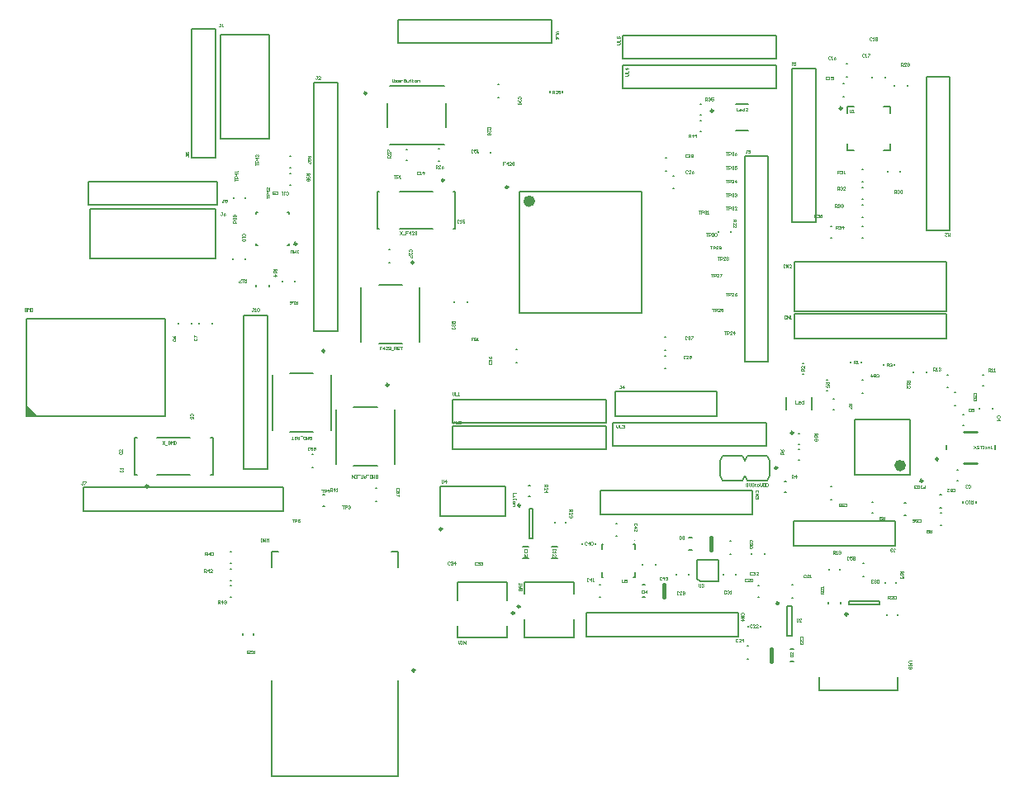
<source format=gto>
G04 Layer_Color=65535*
%FSLAX44Y44*%
%MOMM*%
G71*
G01*
G75*
%ADD65C,0.2500*%
%ADD66C,0.2000*%
%ADD80C,0.1000*%
%ADD81C,0.6000*%
%ADD82C,0.4000*%
%ADD83C,0.2540*%
%ADD84C,0.1270*%
%ADD85C,0.0500*%
G36*
X-34750Y99250D02*
X-44750D01*
Y109250D01*
X-34750Y99250D01*
D02*
G37*
D65*
X460850Y-96000D02*
G03*
X460850Y-96000I-1250J0D01*
G01*
X726250Y-92500D02*
G03*
X726250Y-92500I-1250J0D01*
G01*
X889750Y55250D02*
G03*
X889750Y55250I-1250J0D01*
G01*
X461375Y7750D02*
G03*
X461375Y7750I-1250J0D01*
G01*
X381000Y-16500D02*
G03*
X381000Y-16500I-1250J0D01*
G01*
X455200Y-102500D02*
G03*
X455200Y-102500I-1250J0D01*
G01*
X260750Y166250D02*
G03*
X260750Y166250I-1250J0D01*
G01*
X791000Y415000D02*
G03*
X791000Y415000I-1250J0D01*
G01*
X659000Y412500D02*
G03*
X659000Y412500I-1250J0D01*
G01*
X353200Y-161350D02*
G03*
X353200Y-161350I-1250J0D01*
G01*
X448750Y334250D02*
G03*
X448750Y334250I-1250J0D01*
G01*
X797000Y-103750D02*
G03*
X797000Y-103750I-1250J0D01*
G01*
X352000Y256750D02*
G03*
X352000Y256750I-1250J0D01*
G01*
X232000Y276000D02*
G03*
X232000Y276000I-1250J0D01*
G01*
X79750Y27500D02*
G03*
X79750Y27500I-1250J0D01*
G01*
X383250Y341250D02*
G03*
X383250Y341250I-1250J0D01*
G01*
X303500Y430500D02*
G03*
X303500Y430500I-1250J0D01*
G01*
X326250Y131250D02*
G03*
X326250Y131250I-1250J0D01*
G01*
X873750Y33000D02*
G03*
X873750Y33000I-1250J0D01*
G01*
X741250Y82250D02*
G03*
X741250Y82250I-1250J0D01*
G01*
X724900Y46250D02*
G03*
X724900Y46250I-1250J0D01*
G01*
D66*
X465600Y-127750D02*
X516400D01*
X465600Y-70600D02*
X516400D01*
X465600Y-127750D02*
Y-109000D01*
Y-83000D02*
Y-70600D01*
X516400Y-83000D02*
Y-70600D01*
Y-127750D02*
Y-109000D01*
X538250Y-31750D02*
Y-30750D01*
X524750Y-31750D02*
Y-30750D01*
X577250Y-65750D02*
X578750D01*
X544750D02*
X546250D01*
X544750Y-31750D02*
X546250D01*
X578750Y-37000D02*
Y-31750D01*
X577250D02*
X578750D01*
X544750Y-37000D02*
Y-31750D01*
Y-65750D02*
Y-60500D01*
X578750Y-65750D02*
Y-60500D01*
X600000Y-53000D02*
Y-52000D01*
X586500Y-53000D02*
Y-52000D01*
X586600Y-73600D02*
X589400D01*
X586600Y-86400D02*
X589400D01*
X739500Y-125750D02*
Y-95750D01*
X734500Y-125750D02*
Y-95750D01*
Y-125750D02*
X739500D01*
X734500Y-95750D02*
X739500D01*
X694750Y-116500D02*
Y-115500D01*
X707250Y-116500D02*
Y-115500D01*
X694000Y-149250D02*
X695000D01*
X694000Y-135750D02*
X695000D01*
X739750Y-86750D02*
X740750D01*
X739750Y-73250D02*
X740750D01*
X705000Y-86500D02*
X706000D01*
X705000Y-74000D02*
X706000D01*
X163750Y-74250D02*
X164750D01*
X163750Y-86250D02*
X164750D01*
X163750Y-57000D02*
X164750D01*
X163750Y-69000D02*
X164750D01*
X163750Y-39750D02*
X164750D01*
X163750Y-51750D02*
X164750D01*
X898300Y206900D02*
Y257700D01*
X742100Y206900D02*
X898300D01*
X742100D02*
Y257700D01*
X898300D01*
X898301Y179054D02*
Y203946D01*
X742101Y179054D02*
Y203946D01*
X898301D01*
X742101Y179054D02*
X898301D01*
X948000Y65250D02*
Y69250D01*
X898000Y65250D02*
Y69250D01*
X470000Y28250D02*
X471000D01*
X470000Y17250D02*
X471000D01*
X493125Y-46000D02*
X499125D01*
X493125Y-34500D02*
X499125D01*
X464125Y-34501D02*
X470125D01*
X464125Y-46000D02*
X470125D01*
X473625Y-26250D02*
Y4750D01*
X470625Y-26250D02*
Y4750D01*
Y-26250D02*
X473625D01*
X470625Y4750D02*
X473625D01*
X507875Y-10250D02*
Y-9250D01*
X496875Y-10250D02*
Y-9250D01*
X446250Y-3000D02*
Y27000D01*
X379250Y-3000D02*
Y27000D01*
X446250D01*
X379250Y-3000D02*
X446250D01*
X397150Y-70750D02*
X447950D01*
X397150Y-127900D02*
X447950D01*
Y-89500D02*
Y-70750D01*
Y-127900D02*
Y-115500D01*
X397150Y-127900D02*
Y-115500D01*
Y-89500D02*
Y-70750D01*
X528701Y-127196D02*
X684901D01*
X528701Y-102304D02*
X684901D01*
X528701Y-127196D02*
Y-102304D01*
X684901Y-127196D02*
Y-102304D01*
X542250Y-73500D02*
X543250D01*
X542250Y-86000D02*
X543250D01*
X559500Y-10750D02*
X560500D01*
X559500Y-23250D02*
X560500D01*
X738400Y-139350D02*
X741200D01*
X738400Y-152150D02*
X741200D01*
X634350Y-37650D02*
X637150D01*
X634350Y-24850D02*
X637150D01*
X634000Y-63250D02*
Y-62250D01*
X621499Y-63250D02*
Y-62250D01*
X645750Y-70250D02*
X664750D01*
Y-48250D01*
X642750D02*
X664750D01*
X642750Y-67250D02*
Y-48250D01*
Y-67250D02*
X645750Y-70250D01*
X669745Y-63500D02*
Y-62500D01*
X682245Y-63500D02*
Y-62500D01*
X698015Y-41957D02*
Y-40957D01*
X711515Y-41957D02*
Y-40957D01*
X676495Y-28500D02*
X677495D01*
X676495Y-42000D02*
X677495D01*
X259250Y18750D02*
X260250D01*
X259250Y6750D02*
X260250D01*
X13150Y26050D02*
X218150D01*
Y1950D02*
Y26050D01*
X13150Y1950D02*
X218150D01*
X13150D02*
Y26050D01*
X267000Y85250D02*
Y141250D01*
X225000Y143250D02*
X249000D01*
X225000Y83250D02*
X249000D01*
X207000Y85250D02*
Y141250D01*
X877700Y289750D02*
X901800D01*
Y447250D01*
X877700D02*
X901800D01*
X877700Y289750D02*
Y447250D01*
X838000Y349750D02*
Y350750D01*
X851000Y349750D02*
Y350750D01*
X796250Y372000D02*
X803000D01*
X796250D02*
Y378750D01*
X834000Y372000D02*
X840750D01*
Y378750D01*
Y409750D02*
Y416500D01*
X834000D02*
X840750D01*
X796250D02*
X803000D01*
X796250Y409750D02*
Y416500D01*
X739950Y455700D02*
X764050D01*
X739950Y298200D02*
Y455700D01*
Y298200D02*
X764050D01*
Y455700D01*
X858000Y437750D02*
Y438750D01*
X845000Y437750D02*
Y438750D01*
X792500Y427250D02*
X793500D01*
X792500Y440750D02*
X793500D01*
X835500Y446000D02*
Y447000D01*
X822000Y446000D02*
Y447000D01*
X645500Y391500D02*
X646500D01*
X645500Y402500D02*
X646500D01*
X681960Y392000D02*
X694540D01*
X681960Y419000D02*
X694540D01*
X645500Y408250D02*
X646500D01*
X645500Y419250D02*
X646500D01*
X779250Y294000D02*
X780250D01*
X779250Y282000D02*
X780250D01*
X676750Y287750D02*
Y288750D01*
X664750Y287750D02*
Y288750D01*
X812500Y-64750D02*
X813500D01*
X812500Y-51250D02*
X813500D01*
X149251Y261400D02*
Y312200D01*
X19751Y261400D02*
Y312200D01*
Y261400D02*
X149251D01*
X19751Y312200D02*
X149251D01*
X18850Y315700D02*
Y339800D01*
Y315700D02*
X150950D01*
Y339800D01*
X18850D02*
X150950D01*
X741850Y-33700D02*
Y-8300D01*
Y-33700D02*
X845950D01*
Y-8300D01*
X741850D02*
X845950D01*
X821750Y0D02*
X822750D01*
X821750Y11000D02*
X822750D01*
X609500Y148250D02*
X610500D01*
X609500Y160750D02*
X610500D01*
X800000Y154000D02*
Y155000D01*
X811000Y154000D02*
Y155000D01*
X176750Y-124750D02*
Y-123750D01*
X187750Y-124750D02*
Y-123750D01*
X336250Y-55750D02*
Y-39750D01*
X206250D02*
X213550D01*
X206250Y-55750D02*
Y-39750D01*
X328950D02*
X336250D01*
Y-269750D02*
Y-171750D01*
X206250Y-269750D02*
X336250D01*
X206250D02*
Y-171750D01*
X407000Y215750D02*
Y216750D01*
X393500Y215750D02*
Y216750D01*
X491750Y431500D02*
Y432500D01*
X504750Y431500D02*
Y432500D01*
X460500Y204750D02*
X585500D01*
X460500Y329750D02*
X585500D01*
Y204750D02*
Y329750D01*
X460500Y204750D02*
Y329750D01*
X377500Y360500D02*
X378500D01*
X377500Y373500D02*
X378500D01*
X344000Y361750D02*
X345000D01*
X344000Y372750D02*
X345000D01*
X418250Y369500D02*
Y370500D01*
X430750Y369500D02*
Y370500D01*
X438500Y439250D02*
X439500D01*
X438500Y425750D02*
X439500D01*
X798250Y-90750D02*
X829250D01*
X798250Y-93750D02*
X829250D01*
Y-90750D01*
X798250Y-93750D02*
Y-90750D01*
X906250Y123500D02*
X907250D01*
X906250Y110000D02*
X907250D01*
X812000Y339750D02*
X813000D01*
X812000Y352750D02*
X813000D01*
X358250Y175750D02*
Y231750D01*
X316250Y233750D02*
X340250D01*
X316250Y173750D02*
X340250D01*
X298250Y175750D02*
Y231750D01*
X812000Y321750D02*
X813000D01*
X812000Y333750D02*
X813000D01*
X812000Y316000D02*
X813000D01*
X812000Y303000D02*
X813000D01*
X812000Y294000D02*
X813000D01*
X812000Y282000D02*
X813000D01*
X111000Y193750D02*
Y194750D01*
X124500Y193750D02*
Y194750D01*
X945750Y106500D02*
Y107500D01*
X932250Y106500D02*
Y107500D01*
X837250Y-104750D02*
Y-103750D01*
X848250Y-104750D02*
Y-103750D01*
X768000Y-181450D02*
X848500D01*
X768000D02*
Y-168250D01*
X848500Y-181450D02*
Y-168250D01*
X776750Y-92500D02*
Y-91500D01*
X789750Y-92500D02*
Y-91500D01*
X909250Y44500D02*
X910250D01*
X909250Y33000D02*
X910250D01*
X788500Y-58000D02*
Y-57000D01*
X777500Y-58000D02*
Y-57000D01*
X864500Y144250D02*
Y145250D01*
X877500Y144250D02*
Y145250D01*
X746750Y70750D02*
X747750D01*
X746750Y81750D02*
X747750D01*
X132000Y193750D02*
Y194750D01*
X145500Y193750D02*
Y194750D01*
X222250Y308500D02*
X224250D01*
Y306500D02*
Y308500D01*
X190250D02*
X192250D01*
X190250Y306500D02*
Y308500D01*
Y274500D02*
Y276500D01*
Y274500D02*
X192250D01*
X222250D02*
X224250D01*
Y276500D01*
X617500Y345500D02*
X618500D01*
X617500Y333000D02*
X618500D01*
X935250Y130250D02*
X936250D01*
X935250Y141250D02*
X936250D01*
X326750Y270000D02*
X327750D01*
X326750Y256500D02*
X327750D01*
X543201Y-1696D02*
X699401D01*
X543201Y23196D02*
X699401D01*
X543201Y-1696D02*
Y23196D01*
X699401Y-1696D02*
Y23196D01*
X898750Y129000D02*
X899750D01*
X898750Y142000D02*
X899750D01*
X795500Y447000D02*
X796500D01*
X795500Y460500D02*
X796500D01*
X746750Y65250D02*
X747750D01*
X746750Y54250D02*
X747750D01*
X846750Y-71750D02*
Y-70750D01*
X835750Y-71750D02*
Y-70750D01*
X66000Y39500D02*
X68000D01*
X66000D02*
Y77500D01*
X68000D01*
X144000Y39500D02*
X146000D01*
Y77500D01*
X144000D02*
X146000D01*
X89000Y39500D02*
X123000D01*
X89000Y77500D02*
X123000D01*
X392500Y329250D02*
X394500D01*
Y291250D02*
Y329250D01*
X392500Y291250D02*
X394500D01*
X314500Y329250D02*
X316500D01*
X314500Y291250D02*
Y329250D01*
Y291250D02*
X316500D01*
X337500Y329250D02*
X371500D01*
X337500Y291250D02*
X371500D01*
X855250Y10750D02*
X856250D01*
X855250Y-2750D02*
X856250D01*
X203500Y232500D02*
Y233500D01*
X190500Y232500D02*
Y233500D01*
X217000Y237250D02*
Y238250D01*
X230000Y237250D02*
Y238250D01*
X166250Y260000D02*
Y261000D01*
X179250Y260000D02*
Y261000D01*
X914750Y89750D02*
X915750D01*
X914750Y101250D02*
X915750D01*
X609500Y180250D02*
X610500D01*
X609500Y166750D02*
X610500D01*
X610250Y364500D02*
X611250D01*
X610250Y351000D02*
X611250D01*
X558500Y99550D02*
Y124950D01*
Y99550D02*
X662600D01*
Y124950D01*
X558500D02*
X662600D01*
X327250Y438000D02*
X383250D01*
X325250Y396000D02*
Y420000D01*
X385250Y396000D02*
Y420000D01*
X327250Y378000D02*
X383250D01*
X391550Y65200D02*
Y89300D01*
Y65200D02*
X549050D01*
Y89300D01*
X391550D02*
X549050D01*
X556250Y68700D02*
Y92800D01*
Y68700D02*
X713750D01*
Y92800D01*
X556250D02*
X713750D01*
X391650Y92450D02*
Y116550D01*
Y92450D02*
X549150D01*
Y116550D01*
X391650D02*
X549150D01*
X177700Y45000D02*
X201800D01*
Y202500D01*
X177700D02*
X201800D01*
X177700Y45000D02*
Y202500D01*
X313000Y11750D02*
X314000D01*
X313000Y25250D02*
X314000D01*
X332500Y50250D02*
Y106250D01*
X290500Y108250D02*
X314500D01*
X290500Y48250D02*
X314500D01*
X272500Y50250D02*
Y106250D01*
X457250Y154500D02*
X458250D01*
X457250Y168000D02*
X458250D01*
X225250Y348250D02*
X226250D01*
X225250Y336250D02*
X226250D01*
X225250Y365750D02*
X226250D01*
X225250Y353750D02*
X226250D01*
X179250Y322750D02*
Y323750D01*
X167250Y322750D02*
Y323750D01*
X860750Y38750D02*
Y95750D01*
X803750Y38750D02*
Y95750D01*
Y38750D02*
X860750D01*
X803750Y95750D02*
X860750D01*
X891750Y19000D02*
X892750D01*
X891750Y5500D02*
X892750D01*
X892250Y250D02*
X893250D01*
X892250Y-12750D02*
X893250D01*
X928250Y10750D02*
Y11750D01*
X915250Y10750D02*
Y11750D01*
X811500Y136500D02*
X812500D01*
X811500Y123000D02*
X812500D01*
X782250Y117000D02*
X783250D01*
X782250Y106000D02*
X783250D01*
X732500Y21250D02*
X733500D01*
X732500Y32250D02*
X733500D01*
X833750Y151500D02*
Y152500D01*
X844750Y151500D02*
Y152500D01*
X751000Y142750D02*
X752000D01*
X751000Y153750D02*
X752000D01*
X733500Y106460D02*
Y119040D01*
X760500Y106460D02*
Y119040D01*
X775000Y136750D02*
X776000D01*
X775000Y125750D02*
X776000D01*
X779250Y13750D02*
X780250D01*
X779250Y27250D02*
X780250D01*
X336150Y481700D02*
Y505800D01*
Y481700D02*
X493650D01*
Y505800D01*
X336150D02*
X493650D01*
X724100Y465575D02*
Y489675D01*
X566600D02*
X724100D01*
X566600Y465575D02*
Y489675D01*
Y465575D02*
X724100D01*
Y435200D02*
Y459300D01*
X566600D02*
X724100D01*
X566600Y435200D02*
Y459300D01*
Y435200D02*
X724100D01*
X249700Y441250D02*
X273800D01*
X249700Y186250D02*
Y441250D01*
Y186250D02*
X273800D01*
Y441250D01*
X717151Y38550D02*
Y53950D01*
X714650Y58950D02*
X717151Y53950D01*
X694251Y58950D02*
X714650D01*
X691751Y53950D02*
X694251Y58950D01*
X689250D02*
X691751Y53950D01*
X668851Y58950D02*
X689250D01*
X666351Y53950D02*
X668851Y58950D01*
X666351Y38550D02*
X668851Y33550D01*
X689250D01*
X691751Y38550D01*
X694251Y33550D01*
X714650D01*
X717151Y38550D01*
X666349D02*
Y53950D01*
X691200Y155450D02*
X715300D01*
X691200Y366250D02*
X715300D01*
X691200Y155450D02*
Y366250D01*
X715300Y155450D02*
Y366250D01*
X247750Y46500D02*
X248750D01*
X247750Y60000D02*
X248750D01*
X124450Y496550D02*
X148550D01*
X124450Y364450D02*
Y496550D01*
Y364450D02*
X148550D01*
Y496550D01*
X154300Y490450D02*
X203800D01*
X154300Y383750D02*
Y490450D01*
Y383750D02*
X203800D01*
Y490450D01*
D80*
X579250Y-27750D02*
G03*
X579250Y-27750I-500J0D01*
G01*
D81*
X473500Y319750D02*
G03*
X473500Y319750I-3000J0D01*
G01*
X853750Y48750D02*
G03*
X853750Y48750I-3000J0D01*
G01*
D82*
X609000Y-86400D02*
Y-73600D01*
X718800Y-152150D02*
Y-139350D01*
X656750Y-37650D02*
Y-24850D01*
D83*
X916270Y83250D02*
X929730D01*
X916270Y51250D02*
X929730D01*
D84*
X-45000Y99000D02*
X97000D01*
X-45000Y199000D02*
X97000D01*
Y99000D02*
Y199000D01*
X-45000Y99000D02*
Y199000D01*
X-44730Y109330D02*
X-34730Y99330D01*
D85*
X154281Y501643D02*
X153282D01*
X153781D01*
Y499144D01*
X153282Y498644D01*
X152782D01*
X152282Y499144D01*
X155281Y498644D02*
X156281D01*
X155781D01*
Y501643D01*
X155281Y501143D01*
X151500Y-92500D02*
Y-89501D01*
X152999D01*
X153499Y-90001D01*
Y-91000D01*
X152999Y-91500D01*
X151500D01*
X152500D02*
X153499Y-92500D01*
X155998D02*
Y-89501D01*
X154499Y-91000D01*
X156498D01*
X157498Y-90001D02*
X157998Y-89501D01*
X158997D01*
X159497Y-90001D01*
Y-90501D01*
X158997Y-91000D01*
X158498D01*
X158997D01*
X159497Y-91500D01*
Y-92000D01*
X158997Y-92500D01*
X157998D01*
X157498Y-92000D01*
X137250Y-60750D02*
Y-57751D01*
X138750D01*
X139249Y-58251D01*
Y-59250D01*
X138750Y-59750D01*
X137250D01*
X138250D02*
X139249Y-60750D01*
X141749D02*
Y-57751D01*
X140249Y-59250D01*
X142248D01*
X145247Y-60750D02*
X143248D01*
X145247Y-58751D01*
Y-58251D01*
X144747Y-57751D01*
X143748D01*
X143248Y-58251D01*
X138000Y-43250D02*
Y-40251D01*
X139500D01*
X139999Y-40751D01*
Y-41750D01*
X139500Y-42250D01*
X138000D01*
X139000D02*
X139999Y-43250D01*
X142499D02*
Y-40251D01*
X140999Y-41750D01*
X142998D01*
X143998Y-40751D02*
X144498Y-40251D01*
X145498D01*
X145997Y-40751D01*
Y-42750D01*
X145498Y-43250D01*
X144498D01*
X143998Y-42750D01*
Y-40751D01*
X586000Y-79251D02*
Y-82250D01*
X587500D01*
X587999Y-81750D01*
Y-79751D01*
X587500Y-79251D01*
X586000D01*
X590499Y-82250D02*
Y-79251D01*
X588999Y-80751D01*
X590998D01*
X689999Y-104499D02*
X690499Y-104000D01*
Y-103000D01*
X689999Y-102500D01*
X688000D01*
X687500Y-103000D01*
Y-104000D01*
X688000Y-104499D01*
X687500Y-105499D02*
X690499D01*
X687500Y-107498D01*
X690499D01*
X687500Y-109998D02*
X690499D01*
X688999Y-108498D01*
Y-110497D01*
X606249Y-66001D02*
X605750Y-65501D01*
X604750D01*
X604250Y-66001D01*
Y-68000D01*
X604750Y-68500D01*
X605750D01*
X606249Y-68000D01*
X608749Y-68500D02*
Y-65501D01*
X607249Y-67000D01*
X609248D01*
X610248Y-66001D02*
X610748Y-65501D01*
X611748D01*
X612247Y-66001D01*
Y-66501D01*
X611748Y-67000D01*
X611248D01*
X611748D01*
X612247Y-67500D01*
Y-68000D01*
X611748Y-68500D01*
X610748D01*
X610248Y-68000D01*
X580249Y-12749D02*
X580749Y-12249D01*
Y-11250D01*
X580249Y-10750D01*
X578250D01*
X577750Y-11250D01*
Y-12249D01*
X578250Y-12749D01*
X577750Y-15249D02*
X580749D01*
X579249Y-13749D01*
Y-15748D01*
X577750Y-18747D02*
Y-16748D01*
X579749Y-18747D01*
X580249D01*
X580749Y-18248D01*
Y-17248D01*
X580249Y-16748D01*
X531431Y-67271D02*
X530931Y-66771D01*
X529931D01*
X529431Y-67271D01*
Y-69271D01*
X529931Y-69770D01*
X530931D01*
X531431Y-69271D01*
X533930Y-69770D02*
Y-66771D01*
X532430Y-68271D01*
X534430D01*
X535429Y-69770D02*
X536429D01*
X535929D01*
Y-66771D01*
X535429Y-67271D01*
X529499Y-30251D02*
X528999Y-29751D01*
X528000D01*
X527500Y-30251D01*
Y-32250D01*
X528000Y-32750D01*
X528999D01*
X529499Y-32250D01*
X531999Y-32750D02*
Y-29751D01*
X530499Y-31251D01*
X532498D01*
X533498Y-30251D02*
X533998Y-29751D01*
X534998D01*
X535497Y-30251D01*
Y-32250D01*
X534998Y-32750D01*
X533998D01*
X533498Y-32250D01*
Y-30251D01*
X266500Y22250D02*
Y25249D01*
X267999D01*
X268499Y24749D01*
Y23749D01*
X267999Y23250D01*
X266500D01*
X267500D02*
X268499Y22250D01*
X270998D02*
Y25249D01*
X269499Y23749D01*
X271498D01*
X272498Y22250D02*
X273498D01*
X272998D01*
Y25249D01*
X272498Y24749D01*
X644000Y309999D02*
X645999D01*
X645000D01*
Y307000D01*
X646999D02*
Y309999D01*
X648499D01*
X648998Y309499D01*
Y308500D01*
X648499Y308000D01*
X646999D01*
X649998Y309499D02*
X650498Y309999D01*
X651498D01*
X651997Y309499D01*
Y308999D01*
X651498Y308500D01*
X650998D01*
X651498D01*
X651997Y308000D01*
Y307500D01*
X651498Y307000D01*
X650498D01*
X649998Y307500D01*
X652997Y307000D02*
X653997D01*
X653497D01*
Y309999D01*
X652997Y309499D01*
X634000Y385250D02*
Y388249D01*
X635499D01*
X635999Y387749D01*
Y386749D01*
X635499Y386250D01*
X634000D01*
X635000D02*
X635999Y385250D01*
X638498D02*
Y388249D01*
X636999Y386749D01*
X638998D01*
X641498Y385250D02*
Y388249D01*
X639998Y386749D01*
X641997D01*
X651000Y422750D02*
Y425749D01*
X652499D01*
X652999Y425249D01*
Y424249D01*
X652499Y423750D01*
X651000D01*
X652000D02*
X652999Y422750D01*
X653999Y425249D02*
X654499Y425749D01*
X655499D01*
X655998Y425249D01*
Y424749D01*
X655499Y424249D01*
X654999D01*
X655499D01*
X655998Y423750D01*
Y423250D01*
X655499Y422750D01*
X654499D01*
X653999Y423250D01*
X658997Y425749D02*
X656998D01*
Y424249D01*
X657998Y424749D01*
X658498D01*
X658997Y424249D01*
Y423250D01*
X658498Y422750D01*
X657498D01*
X656998Y423250D01*
X683000Y415249D02*
Y412250D01*
X684999D01*
X687498D02*
X686499D01*
X685999Y412750D01*
Y413750D01*
X686499Y414249D01*
X687498D01*
X687998Y413750D01*
Y413250D01*
X685999D01*
X690997Y415249D02*
Y412250D01*
X689498D01*
X688998Y412750D01*
Y413750D01*
X689498Y414249D01*
X690997D01*
X693997Y412250D02*
X691997D01*
X693997Y414249D01*
Y414749D01*
X693497Y415249D01*
X692497D01*
X691997Y414749D01*
X798250Y-45251D02*
X797750Y-44751D01*
X796750D01*
X796250Y-45251D01*
Y-47250D01*
X796750Y-47750D01*
X797750D01*
X798250Y-47250D01*
X801249Y-44751D02*
X799249D01*
Y-46250D01*
X800249Y-45750D01*
X800749D01*
X801249Y-46250D01*
Y-47250D01*
X800749Y-47750D01*
X799749D01*
X799249Y-47250D01*
X802248D02*
X802748Y-47750D01*
X803748D01*
X804248Y-47250D01*
Y-45251D01*
X803748Y-44751D01*
X802748D01*
X802248Y-45251D01*
Y-45750D01*
X802748Y-46250D01*
X804248D01*
X155999Y308099D02*
X155000D01*
X155499D01*
Y305600D01*
X155000Y305100D01*
X154500D01*
X154000Y305600D01*
X158998Y308099D02*
X157999Y307599D01*
X156999Y306600D01*
Y305600D01*
X157499Y305100D01*
X158498D01*
X158998Y305600D01*
Y306100D01*
X158498Y306600D01*
X156999D01*
X632249Y367249D02*
X631749Y367749D01*
X630750D01*
X630250Y367249D01*
Y365250D01*
X630750Y364750D01*
X631749D01*
X632249Y365250D01*
X633249Y367249D02*
X633749Y367749D01*
X634748D01*
X635248Y367249D01*
Y366749D01*
X634748Y366250D01*
X634249D01*
X634748D01*
X635248Y365750D01*
Y365250D01*
X634748Y364750D01*
X633749D01*
X633249Y365250D01*
X636248Y367249D02*
X636748Y367749D01*
X637747D01*
X638247Y367249D01*
Y366749D01*
X637747Y366250D01*
X638247Y365750D01*
Y365250D01*
X637747Y364750D01*
X636748D01*
X636248Y365250D01*
Y365750D01*
X636748Y366250D01*
X636248Y366749D01*
Y367249D01*
X636748Y366250D02*
X637747D01*
X632249Y180499D02*
X631749Y180999D01*
X630750D01*
X630250Y180499D01*
Y178500D01*
X630750Y178000D01*
X631749D01*
X632249Y178500D01*
X633249Y180499D02*
X633749Y180999D01*
X634748D01*
X635248Y180499D01*
Y179999D01*
X634748Y179499D01*
X634249D01*
X634748D01*
X635248Y179000D01*
Y178500D01*
X634748Y178000D01*
X633749D01*
X633249Y178500D01*
X636248Y180999D02*
X638247D01*
Y180499D01*
X636248Y178500D01*
Y178000D01*
X429251Y154249D02*
X428751Y153750D01*
Y152750D01*
X429251Y152250D01*
X431250D01*
X431750Y152750D01*
Y153750D01*
X431250Y154249D01*
X429251Y155249D02*
X428751Y155749D01*
Y156749D01*
X429251Y157248D01*
X429751D01*
X430251Y156749D01*
Y156249D01*
Y156749D01*
X430750Y157248D01*
X431250D01*
X431750Y156749D01*
Y155749D01*
X431250Y155249D01*
X428751Y160247D02*
X429251Y159248D01*
X430251Y158248D01*
X431250D01*
X431750Y158748D01*
Y159748D01*
X431250Y160247D01*
X430750D01*
X430251Y159748D01*
Y158248D01*
X500349Y494000D02*
X498350D01*
X497350Y493000D01*
X498350Y492001D01*
X500349D01*
Y491001D02*
X497350D01*
Y489002D01*
X500349Y486003D02*
X499849Y487002D01*
X498849Y488002D01*
X497850D01*
X497350Y487502D01*
Y486502D01*
X497850Y486003D01*
X498350D01*
X498849Y486502D01*
Y488002D01*
X560651Y480625D02*
X562650D01*
X563650Y481625D01*
X562650Y482624D01*
X560651D01*
Y483624D02*
X563650D01*
Y485623D01*
X560651Y488622D02*
Y486623D01*
X562150D01*
X561651Y487623D01*
Y488122D01*
X562150Y488622D01*
X563150D01*
X563650Y488122D01*
Y487123D01*
X563150Y486623D01*
X569151Y448500D02*
X571150D01*
X572150Y449500D01*
X571150Y450499D01*
X569151D01*
Y451499D02*
X572150D01*
Y453498D01*
Y455998D02*
X569151D01*
X570650Y454498D01*
Y456497D01*
X559750Y90249D02*
Y88250D01*
X560750Y87250D01*
X561749Y88250D01*
Y90249D01*
X562749D02*
Y87250D01*
X564748D01*
X565748Y89749D02*
X566248Y90249D01*
X567248D01*
X567747Y89749D01*
Y89249D01*
X567248Y88750D01*
X566748D01*
X567248D01*
X567747Y88250D01*
Y87750D01*
X567248Y87250D01*
X566248D01*
X565748Y87750D01*
X391900Y94499D02*
Y92500D01*
X392900Y91500D01*
X393899Y92500D01*
Y94499D01*
X394899D02*
Y91500D01*
X396898D01*
X399897D02*
X397898D01*
X399897Y93499D01*
Y93999D01*
X399398Y94499D01*
X398398D01*
X397898Y93999D01*
X391600Y123499D02*
Y121500D01*
X392600Y120500D01*
X393599Y121500D01*
Y123499D01*
X394599D02*
Y120500D01*
X396598D01*
X397598D02*
X398598D01*
X398098D01*
Y123499D01*
X397598Y122999D01*
X693999Y372249D02*
X693000D01*
X693500D01*
Y369750D01*
X693000Y369250D01*
X692500D01*
X692000Y369750D01*
X694999D02*
X695499Y369250D01*
X696499D01*
X696998Y369750D01*
Y371749D01*
X696499Y372249D01*
X695499D01*
X694999Y371749D01*
Y371249D01*
X695499Y370750D01*
X696998D01*
X564649Y130749D02*
X563650D01*
X564150D01*
Y128250D01*
X563650Y127750D01*
X563150D01*
X562650Y128250D01*
X567149Y127750D02*
Y130749D01*
X565649Y129249D01*
X567648D01*
X253249Y447749D02*
X252250D01*
X252750D01*
Y445250D01*
X252250Y444750D01*
X251750D01*
X251250Y445250D01*
X256248Y444750D02*
X254249D01*
X256248Y446749D01*
Y447249D01*
X255749Y447749D01*
X254749D01*
X254249Y447249D01*
X823000Y-68501D02*
X821000D01*
Y-71500D01*
X823000D01*
X821000Y-70000D02*
X822000D01*
X825999Y-69001D02*
X825499Y-68501D01*
X824499D01*
X823999Y-69001D01*
Y-69500D01*
X824499Y-70000D01*
X825499D01*
X825999Y-70500D01*
Y-71000D01*
X825499Y-71500D01*
X824499D01*
X823999Y-71000D01*
X826998Y-68501D02*
Y-71500D01*
X828498D01*
X828998Y-71000D01*
Y-69001D01*
X828498Y-68501D01*
X826998D01*
X397550Y-131001D02*
Y-133001D01*
X398549Y-134000D01*
X399549Y-133001D01*
Y-131001D01*
X400549D02*
X401549D01*
X401049D01*
Y-134000D01*
X400549D01*
X401549D01*
X403048D02*
Y-131001D01*
X405047Y-134000D01*
Y-131001D01*
X336499Y23251D02*
X336999Y23751D01*
Y24750D01*
X336499Y25250D01*
X334500D01*
X334000Y24750D01*
Y23751D01*
X334500Y23251D01*
X336999Y20252D02*
Y22251D01*
X335499D01*
X335999Y21251D01*
Y20751D01*
X335499Y20252D01*
X334500D01*
X334000Y20751D01*
Y21751D01*
X334500Y22251D01*
X336999Y19252D02*
Y17253D01*
X336499D01*
X334500Y19252D01*
X334000D01*
X314750Y35751D02*
Y38750D01*
X313251D01*
X312751Y38250D01*
Y37750D01*
X313251Y37250D01*
X314750D01*
X313251D01*
X312751Y36751D01*
Y36251D01*
X313251Y35751D01*
X314750D01*
X311751Y38750D02*
Y35751D01*
X310751Y36751D01*
X309752Y35751D01*
Y38750D01*
X308752Y35751D02*
Y38750D01*
X307252D01*
X306753Y38250D01*
Y36251D01*
X307252Y35751D01*
X308752D01*
X305753Y39250D02*
X303754D01*
X302754Y38750D02*
Y36751D01*
X301754Y35751D01*
X300755Y36751D01*
Y38750D01*
Y37250D01*
X302754D01*
X299755Y35751D02*
X297756D01*
X298755D01*
Y38750D01*
X296756Y39250D02*
X294757D01*
X291757Y35751D02*
X293757D01*
Y38750D01*
X291757D01*
X293757Y37250D02*
X292757D01*
X290758Y38750D02*
Y35751D01*
X288758Y38750D01*
Y35751D01*
X412999Y179749D02*
X411000D01*
Y178250D01*
X412000D01*
X411000D01*
Y176750D01*
X413999Y179749D02*
Y176750D01*
X415499D01*
X415998Y177250D01*
Y177750D01*
X415499Y178250D01*
X413999D01*
X415499D01*
X415998Y178749D01*
Y179249D01*
X415499Y179749D01*
X413999D01*
X416998Y176750D02*
X417998D01*
X417498D01*
Y179749D01*
X416998Y179249D01*
X412999Y372249D02*
X412500Y372749D01*
X411500D01*
X411000Y372249D01*
Y370250D01*
X411500Y369750D01*
X412500D01*
X412999Y370250D01*
X415998Y372749D02*
X413999D01*
Y371250D01*
X414999Y371749D01*
X415499D01*
X415998Y371250D01*
Y370250D01*
X415499Y369750D01*
X414499D01*
X413999Y370250D01*
X416998Y369750D02*
X417998D01*
X417498D01*
Y372749D01*
X416998Y372249D01*
X785000Y291250D02*
Y294249D01*
X786499D01*
X786999Y293749D01*
Y292750D01*
X786499Y292250D01*
X785000D01*
X786000D02*
X786999Y291250D01*
X787999Y293749D02*
X788499Y294249D01*
X789499D01*
X789998Y293749D01*
Y293249D01*
X789499Y292750D01*
X788999D01*
X789499D01*
X789998Y292250D01*
Y291750D01*
X789499Y291250D01*
X788499D01*
X787999Y291750D01*
X792498Y291250D02*
Y294249D01*
X790998Y292750D01*
X792997D01*
X784000Y313500D02*
Y316499D01*
X785499D01*
X785999Y315999D01*
Y315000D01*
X785499Y314500D01*
X784000D01*
X785000D02*
X785999Y313500D01*
X786999Y315999D02*
X787499Y316499D01*
X788499D01*
X788998Y315999D01*
Y315499D01*
X788499Y315000D01*
X787999D01*
X788499D01*
X788998Y314500D01*
Y314000D01*
X788499Y313500D01*
X787499D01*
X786999Y314000D01*
X789998Y315999D02*
X790498Y316499D01*
X791498D01*
X791997Y315999D01*
Y315499D01*
X791498Y315000D01*
X790998D01*
X791498D01*
X791997Y314500D01*
Y314000D01*
X791498Y313500D01*
X790498D01*
X789998Y314000D01*
X786250Y331250D02*
Y334249D01*
X787749D01*
X788249Y333749D01*
Y332749D01*
X787749Y332250D01*
X786250D01*
X787250D02*
X788249Y331250D01*
X789249Y333749D02*
X789749Y334249D01*
X790749D01*
X791248Y333749D01*
Y333249D01*
X790749Y332749D01*
X790249D01*
X790749D01*
X791248Y332250D01*
Y331750D01*
X790749Y331250D01*
X789749D01*
X789249Y331750D01*
X794247Y331250D02*
X792248D01*
X794247Y333249D01*
Y333749D01*
X793748Y334249D01*
X792748D01*
X792248Y333749D01*
X786750Y348000D02*
Y350999D01*
X788250D01*
X788749Y350499D01*
Y349500D01*
X788250Y349000D01*
X786750D01*
X787750D02*
X788749Y348000D01*
X789749Y350499D02*
X790249Y350999D01*
X791248D01*
X791748Y350499D01*
Y349999D01*
X791248Y349500D01*
X790749D01*
X791248D01*
X791748Y349000D01*
Y348500D01*
X791248Y348000D01*
X790249D01*
X789749Y348500D01*
X792748Y348000D02*
X793748D01*
X793248D01*
Y350999D01*
X792748Y350499D01*
X692500Y29999D02*
X693000Y30499D01*
X693999D01*
X694499Y29999D01*
Y29499D01*
X693999Y29000D01*
X693500D01*
X693999D01*
X694499Y28500D01*
Y28000D01*
X693999Y27500D01*
X693000D01*
X692500Y28000D01*
X695499Y30499D02*
Y28500D01*
X696499Y27500D01*
X697498Y28500D01*
Y30499D01*
X698498Y29999D02*
X698998Y30499D01*
X699998D01*
X700497Y29999D01*
Y29499D01*
X699998Y29000D01*
X699498D01*
X699998D01*
X700497Y28500D01*
Y28000D01*
X699998Y27500D01*
X698998D01*
X698498Y28000D01*
X701997Y29999D02*
Y29499D01*
X701497D01*
X702497D01*
X701997D01*
Y28000D01*
X702497Y27500D01*
X704496D02*
X705496D01*
X705996Y28000D01*
Y29000D01*
X705496Y29499D01*
X704496D01*
X703996Y29000D01*
Y28000D01*
X704496Y27500D01*
X706995Y30499D02*
Y28500D01*
X707995Y27500D01*
X708995Y28500D01*
Y30499D01*
X709994D02*
Y27500D01*
X711494D01*
X711994Y28000D01*
Y29999D01*
X711494Y30499D01*
X709994D01*
X712993D02*
Y27500D01*
X714493D01*
X714993Y28000D01*
Y29999D01*
X714493Y30499D01*
X712993D01*
X187999Y209949D02*
X186999D01*
X187499D01*
Y207450D01*
X186999Y206950D01*
X186500D01*
X186000Y207450D01*
X188999Y206950D02*
X189999D01*
X189499D01*
Y209949D01*
X188999Y209449D01*
X191498D02*
X191998Y209949D01*
X192998D01*
X193498Y209449D01*
Y207450D01*
X192998Y206950D01*
X191998D01*
X191498Y207450D01*
Y209449D01*
X157299Y321499D02*
X156300D01*
X156799D01*
Y319000D01*
X156300Y318500D01*
X155800D01*
X155300Y319000D01*
X158299Y320999D02*
X158799Y321499D01*
X159799D01*
X160298Y320999D01*
Y320499D01*
X159799Y320000D01*
X160298Y319500D01*
Y319000D01*
X159799Y318500D01*
X158799D01*
X158299Y319000D01*
Y319500D01*
X158799Y320000D01*
X158299Y320499D01*
Y320999D01*
X158799Y320000D02*
X159799D01*
X13249Y31999D02*
X12250D01*
X12750D01*
Y29500D01*
X12250Y29000D01*
X11750D01*
X11250Y29500D01*
X14249Y31999D02*
X16248D01*
Y31499D01*
X14249Y29500D01*
Y29000D01*
X901750Y286900D02*
Y283901D01*
X900750Y284901D01*
X899751Y283901D01*
Y286900D01*
X896752D02*
X898751D01*
X896752Y284901D01*
Y284401D01*
X897252Y283901D01*
X898251D01*
X898751Y284401D01*
X739500Y459250D02*
Y462249D01*
X740500Y461249D01*
X741499Y462249D01*
Y459250D01*
X742499D02*
X743499D01*
X742999D01*
Y462249D01*
X742499Y461749D01*
X843601Y-39249D02*
X844600D01*
X844100D01*
Y-36750D01*
X844600Y-36250D01*
X845100D01*
X845600Y-36750D01*
X842601Y-38749D02*
X842101Y-39249D01*
X841101D01*
X840602Y-38749D01*
Y-38249D01*
X841101Y-37750D01*
X841601D01*
X841101D01*
X840602Y-37250D01*
Y-36750D01*
X841101Y-36250D01*
X842101D01*
X842601Y-36750D01*
X245249Y66999D02*
X244750Y67499D01*
X243750D01*
X243250Y66999D01*
Y65000D01*
X243750Y64500D01*
X244750D01*
X245249Y65000D01*
X248248Y67499D02*
X246249D01*
Y65999D01*
X247249Y66499D01*
X247749D01*
X248248Y65999D01*
Y65000D01*
X247749Y64500D01*
X246749D01*
X246249Y65000D01*
X249248Y66999D02*
X249748Y67499D01*
X250748D01*
X251247Y66999D01*
Y66499D01*
X250748Y65999D01*
X251247Y65500D01*
Y65000D01*
X250748Y64500D01*
X249748D01*
X249248Y65000D01*
Y65500D01*
X249748Y65999D01*
X249248Y66499D01*
Y66999D01*
X249748Y65999D02*
X250748D01*
X793751Y7251D02*
X794250Y6751D01*
X795250D01*
X795750Y7251D01*
Y9250D01*
X795250Y9750D01*
X794250D01*
X793751Y9250D01*
X790752Y6751D02*
X792751D01*
Y8250D01*
X791751Y7751D01*
X791252D01*
X790752Y8250D01*
Y9250D01*
X791252Y9750D01*
X792251D01*
X792751Y9250D01*
X787753Y6751D02*
X789752D01*
Y8250D01*
X788752Y7751D01*
X788252D01*
X787753Y8250D01*
Y9250D01*
X788252Y9750D01*
X789252D01*
X789752Y9250D01*
X928499Y121251D02*
X928999Y121750D01*
Y122750D01*
X928499Y123250D01*
X926500D01*
X926000Y122750D01*
Y121750D01*
X926500Y121251D01*
X928999Y118252D02*
Y120251D01*
X927499D01*
X927999Y119251D01*
Y118751D01*
X927499Y118252D01*
X926500D01*
X926000Y118751D01*
Y119751D01*
X926500Y120251D01*
X928499Y117252D02*
X928999Y116752D01*
Y115752D01*
X928499Y115253D01*
X927999D01*
X927499Y115752D01*
Y116252D01*
Y115752D01*
X927000Y115253D01*
X926500D01*
X926000Y115752D01*
Y116752D01*
X926500Y117252D01*
X905001Y22501D02*
X905500Y22001D01*
X906500D01*
X907000Y22501D01*
Y24500D01*
X906500Y25000D01*
X905500D01*
X905001Y24500D01*
X902002Y22001D02*
X904001D01*
Y23500D01*
X903001Y23001D01*
X902502D01*
X902002Y23500D01*
Y24500D01*
X902502Y25000D01*
X903501D01*
X904001Y24500D01*
X899003Y25000D02*
X901002D01*
X899003Y23001D01*
Y22501D01*
X899502Y22001D01*
X900502D01*
X901002Y22501D01*
X461249Y425001D02*
X461749Y425500D01*
Y426500D01*
X461249Y427000D01*
X459250D01*
X458750Y426500D01*
Y425500D01*
X459250Y425001D01*
X461249Y424001D02*
X461749Y423501D01*
Y422501D01*
X461249Y422002D01*
X460749D01*
X460249Y422501D01*
Y423001D01*
Y422501D01*
X459750Y422002D01*
X459250D01*
X458750Y422501D01*
Y423501D01*
X459250Y424001D01*
Y421002D02*
X458750Y420502D01*
Y419502D01*
X459250Y419003D01*
X461249D01*
X461749Y419502D01*
Y420502D01*
X461249Y421002D01*
X460749D01*
X460249Y420502D01*
Y419003D01*
X391751Y190749D02*
X391251Y190250D01*
Y189250D01*
X391751Y188750D01*
X393750D01*
X394250Y189250D01*
Y190250D01*
X393750Y190749D01*
X391751Y191749D02*
X391251Y192249D01*
Y193249D01*
X391751Y193748D01*
X392251D01*
X392751Y193249D01*
Y192749D01*
Y193249D01*
X393250Y193748D01*
X393750D01*
X394250Y193249D01*
Y192249D01*
X393750Y191749D01*
X391251Y196747D02*
Y194748D01*
X392751D01*
X392251Y195748D01*
Y196248D01*
X392751Y196747D01*
X393750D01*
X394250Y196248D01*
Y195248D01*
X393750Y194748D01*
X246750Y75501D02*
Y78500D01*
X245250D01*
X244751Y78000D01*
Y77500D01*
X245250Y77000D01*
X246750D01*
X245250D01*
X244751Y76501D01*
Y76001D01*
X245250Y75501D01*
X246750D01*
X243751Y78500D02*
Y75501D01*
X242751Y76501D01*
X241752Y75501D01*
Y78500D01*
X240752Y75501D02*
Y78500D01*
X239252D01*
X238753Y78000D01*
Y76001D01*
X239252Y75501D01*
X240752D01*
X237753Y79000D02*
X235753D01*
X234754Y78500D02*
Y75501D01*
X233254D01*
X232754Y76001D01*
Y77000D01*
X233254Y77500D01*
X234754D01*
X233754D02*
X232754Y78500D01*
X229755Y76001D02*
X230255Y75501D01*
X231255D01*
X231755Y76001D01*
Y76501D01*
X231255Y77000D01*
X230255D01*
X229755Y77500D01*
Y78000D01*
X230255Y78500D01*
X231255D01*
X231755Y78000D01*
X228756Y75501D02*
X226756D01*
X227756D01*
Y78500D01*
X862249Y-151750D02*
X859750D01*
X859250Y-152250D01*
Y-153250D01*
X859750Y-153750D01*
X862249D01*
X861749Y-156749D02*
X862249Y-156249D01*
Y-155249D01*
X861749Y-154749D01*
X861249D01*
X860750Y-155249D01*
Y-156249D01*
X860250Y-156749D01*
X859750D01*
X859250Y-156249D01*
Y-155249D01*
X859750Y-154749D01*
X862249Y-157748D02*
X859250D01*
Y-159248D01*
X859750Y-159747D01*
X860250D01*
X860750Y-159248D01*
Y-157748D01*
Y-159248D01*
X861249Y-159747D01*
X861749D01*
X862249Y-159248D01*
Y-157748D01*
X838250Y-88000D02*
Y-85001D01*
X839749D01*
X840249Y-85501D01*
Y-86500D01*
X839749Y-87000D01*
X838250D01*
X839249D02*
X840249Y-88000D01*
X843248D02*
X841249D01*
X843248Y-86000D01*
Y-85501D01*
X842748Y-85001D01*
X841749D01*
X841249Y-85501D01*
X844248D02*
X844748Y-85001D01*
X845747D01*
X846247Y-85501D01*
Y-87500D01*
X845747Y-88000D01*
X844748D01*
X844248Y-87500D01*
Y-85501D01*
X459801Y-79500D02*
X462800D01*
Y-78001D01*
X462300Y-77501D01*
X461800D01*
X461301Y-78001D01*
Y-79500D01*
Y-78001D01*
X460801Y-77501D01*
X460301D01*
X459801Y-78001D01*
Y-79500D01*
X462800Y-76501D02*
X460801D01*
X459801Y-75501D01*
X460801Y-74502D01*
X462800D01*
X461301D01*
Y-76501D01*
X459801Y-73502D02*
Y-71503D01*
Y-72502D01*
X462800D01*
X-46872Y209915D02*
Y206916D01*
X-45372D01*
X-44872Y207416D01*
Y207916D01*
X-45372Y208416D01*
X-46872D01*
X-45372D01*
X-44872Y208915D01*
Y209415D01*
X-45372Y209915D01*
X-46872D01*
X-43873Y206916D02*
Y209915D01*
X-42873Y208915D01*
X-41873Y209915D01*
Y206916D01*
X-40874Y209915D02*
Y206916D01*
X-39374D01*
X-38874Y207416D01*
Y209415D01*
X-39374Y209915D01*
X-40874D01*
X51251Y44249D02*
X50751Y43750D01*
Y42750D01*
X51251Y42250D01*
X53250D01*
X53750Y42750D01*
Y43750D01*
X53250Y44249D01*
X53750Y45249D02*
Y46249D01*
Y45749D01*
X50751D01*
X51251Y45249D01*
X50251Y62249D02*
X49751Y61750D01*
Y60750D01*
X50251Y60250D01*
X52250D01*
X52750Y60750D01*
Y61750D01*
X52250Y62249D01*
X52750Y65248D02*
Y63249D01*
X50751Y65248D01*
X50251D01*
X49751Y64749D01*
Y63749D01*
X50251Y63249D01*
X920751Y26251D02*
X921251Y25751D01*
X922250D01*
X922750Y26251D01*
Y28250D01*
X922250Y28750D01*
X921251D01*
X920751Y28250D01*
X919751Y26251D02*
X919251Y25751D01*
X918251D01*
X917752Y26251D01*
Y26751D01*
X918251Y27250D01*
X918751D01*
X918251D01*
X917752Y27750D01*
Y28250D01*
X918251Y28750D01*
X919251D01*
X919751Y28250D01*
X952499Y97751D02*
X952999Y98251D01*
Y99250D01*
X952499Y99750D01*
X950500D01*
X950000Y99250D01*
Y98251D01*
X950500Y97751D01*
X950000Y95251D02*
X952999D01*
X951499Y96751D01*
Y94752D01*
X125499Y99751D02*
X125999Y100251D01*
Y101250D01*
X125499Y101750D01*
X123500D01*
X123000Y101250D01*
Y100251D01*
X123500Y99751D01*
X125999Y96752D02*
Y98751D01*
X124500D01*
X124999Y97751D01*
Y97251D01*
X124500Y96752D01*
X123500D01*
X123000Y97251D01*
Y98251D01*
X123500Y98751D01*
X105251Y178249D02*
X104751Y177750D01*
Y176750D01*
X105251Y176250D01*
X107250D01*
X107750Y176750D01*
Y177750D01*
X107250Y178249D01*
X104751Y181248D02*
X105251Y180249D01*
X106250Y179249D01*
X107250D01*
X107750Y179749D01*
Y180749D01*
X107250Y181248D01*
X106750D01*
X106250Y180749D01*
Y179249D01*
X127251Y179250D02*
X126751Y178750D01*
Y177750D01*
X127251Y177250D01*
X129250D01*
X129750Y177750D01*
Y178750D01*
X129250Y179250D01*
X126751Y180249D02*
Y182249D01*
X127251D01*
X129250Y180249D01*
X129750D01*
X922749Y106749D02*
X922250Y107249D01*
X921250D01*
X920750Y106749D01*
Y104750D01*
X921250Y104250D01*
X922250D01*
X922749Y104750D01*
X923749Y106749D02*
X924249Y107249D01*
X925248D01*
X925748Y106749D01*
Y106249D01*
X925248Y105750D01*
X925748Y105250D01*
Y104750D01*
X925248Y104250D01*
X924249D01*
X923749Y104750D01*
Y105250D01*
X924249Y105750D01*
X923749Y106249D01*
Y106749D01*
X924249Y105750D02*
X925248D01*
X210501Y327251D02*
X211000Y326751D01*
X212000D01*
X212500Y327251D01*
Y329250D01*
X212000Y329750D01*
X211000D01*
X210501Y329250D01*
X209501D02*
X209001Y329750D01*
X208001D01*
X207502Y329250D01*
Y327251D01*
X208001Y326751D01*
X209001D01*
X209501Y327251D01*
Y327751D01*
X209001Y328251D01*
X207502D01*
X178499Y284251D02*
X178999Y284751D01*
Y285750D01*
X178499Y286250D01*
X176500D01*
X176000Y285750D01*
Y284751D01*
X176500Y284251D01*
X176000Y283251D02*
Y282251D01*
Y282751D01*
X178999D01*
X178499Y283251D01*
Y280752D02*
X178999Y280252D01*
Y279252D01*
X178499Y278752D01*
X176500D01*
X176000Y279252D01*
Y280252D01*
X176500Y280752D01*
X178499D01*
X221001Y326751D02*
X221500Y326251D01*
X222500D01*
X223000Y326751D01*
Y328750D01*
X222500Y329250D01*
X221500D01*
X221001Y328750D01*
X220001Y329250D02*
X219001D01*
X219501D01*
Y326251D01*
X220001Y326751D01*
X217502Y329250D02*
X216502D01*
X217002D01*
Y326251D01*
X217502Y326751D01*
X497124Y-38749D02*
X497624Y-38249D01*
Y-37250D01*
X497124Y-36750D01*
X495125D01*
X494625Y-37250D01*
Y-38249D01*
X495125Y-38749D01*
X494625Y-39749D02*
Y-40749D01*
Y-40249D01*
X497624D01*
X497124Y-39749D01*
X494625Y-44248D02*
Y-42248D01*
X496624Y-44248D01*
X497124D01*
X497624Y-43748D01*
Y-42748D01*
X497124Y-42248D01*
X467624Y-38749D02*
X468124Y-38249D01*
Y-37250D01*
X467624Y-36750D01*
X465625D01*
X465125Y-37250D01*
Y-38249D01*
X465625Y-38749D01*
X465125Y-39749D02*
Y-40749D01*
Y-40249D01*
X468124D01*
X467624Y-39749D01*
Y-42248D02*
X468124Y-42748D01*
Y-43748D01*
X467624Y-44248D01*
X467124D01*
X466624Y-43748D01*
Y-43248D01*
Y-43748D01*
X466125Y-44248D01*
X465625D01*
X465125Y-43748D01*
Y-42748D01*
X465625Y-42248D01*
X357249Y349749D02*
X356749Y350249D01*
X355750D01*
X355250Y349749D01*
Y347750D01*
X355750Y347250D01*
X356749D01*
X357249Y347750D01*
X358249Y347250D02*
X359249D01*
X358749D01*
Y350249D01*
X358249Y349749D01*
X362248Y347250D02*
Y350249D01*
X360748Y348750D01*
X362748D01*
X398499Y299999D02*
X397999Y300499D01*
X397000D01*
X396500Y299999D01*
Y298000D01*
X397000Y297500D01*
X397999D01*
X398499Y298000D01*
X399499Y297500D02*
X400499D01*
X399999D01*
Y300499D01*
X399499Y299999D01*
X403998Y300499D02*
X401998D01*
Y299000D01*
X402998Y299499D01*
X403498D01*
X403998Y299000D01*
Y298000D01*
X403498Y297500D01*
X402498D01*
X401998Y298000D01*
X779249Y467749D02*
X778749Y468249D01*
X777750D01*
X777250Y467749D01*
Y465750D01*
X777750Y465250D01*
X778749D01*
X779249Y465750D01*
X780249Y465250D02*
X781249D01*
X780749D01*
Y468249D01*
X780249Y467749D01*
X784748Y468249D02*
X783748Y467749D01*
X782748Y466749D01*
Y465750D01*
X783248Y465250D01*
X784248D01*
X784748Y465750D01*
Y466250D01*
X784248Y466749D01*
X782748D01*
X813999Y470249D02*
X813500Y470749D01*
X812500D01*
X812000Y470249D01*
Y468250D01*
X812500Y467750D01*
X813500D01*
X813999Y468250D01*
X814999Y467750D02*
X815999D01*
X815499D01*
Y470749D01*
X814999Y470249D01*
X817498Y470749D02*
X819498D01*
Y470249D01*
X817498Y468250D01*
Y467750D01*
X821749Y486999D02*
X821249Y487499D01*
X820250D01*
X819750Y486999D01*
Y485000D01*
X820250Y484500D01*
X821249D01*
X821749Y485000D01*
X822749Y484500D02*
X823749D01*
X823249D01*
Y487499D01*
X822749Y486999D01*
X825248D02*
X825748Y487499D01*
X826748D01*
X827247Y486999D01*
Y486499D01*
X826748Y485999D01*
X827247Y485500D01*
Y485000D01*
X826748Y484500D01*
X825748D01*
X825248Y485000D01*
Y485500D01*
X825748Y485999D01*
X825248Y486499D01*
Y486999D01*
X825748Y485999D02*
X826748D01*
X776249Y446999D02*
X775750Y447499D01*
X774750D01*
X774250Y446999D01*
Y445000D01*
X774750Y444500D01*
X775750D01*
X776249Y445000D01*
X777249Y444500D02*
X778249D01*
X777749D01*
Y447499D01*
X777249Y446999D01*
X779748Y445000D02*
X780248Y444500D01*
X781248D01*
X781748Y445000D01*
Y446999D01*
X781248Y447499D01*
X780248D01*
X779748Y446999D01*
Y446499D01*
X780248Y445999D01*
X781748D01*
X693249Y-67751D02*
X692749Y-67251D01*
X691750D01*
X691250Y-67751D01*
Y-69750D01*
X691750Y-70250D01*
X692749D01*
X693249Y-69750D01*
X696248Y-70250D02*
X694249D01*
X696248Y-68250D01*
Y-67751D01*
X695748Y-67251D01*
X694749D01*
X694249Y-67751D01*
X697248D02*
X697748Y-67251D01*
X698747D01*
X699247Y-67751D01*
Y-69750D01*
X698747Y-70250D01*
X697748D01*
X697248Y-69750D01*
Y-67751D01*
X753999Y-63751D02*
X753499Y-63251D01*
X752500D01*
X752000Y-63751D01*
Y-65750D01*
X752500Y-66250D01*
X753499D01*
X753999Y-65750D01*
X756998Y-66250D02*
X754999D01*
X756998Y-64250D01*
Y-63751D01*
X756498Y-63251D01*
X755499D01*
X754999Y-63751D01*
X757998Y-66250D02*
X758997D01*
X758498D01*
Y-63251D01*
X757998Y-63751D01*
X698749Y-114751D02*
X698249Y-114251D01*
X697250D01*
X696750Y-114751D01*
Y-116750D01*
X697250Y-117250D01*
X698249D01*
X698749Y-116750D01*
X701748Y-117250D02*
X699749D01*
X701748Y-115250D01*
Y-114751D01*
X701248Y-114251D01*
X700249D01*
X699749Y-114751D01*
X704747Y-117250D02*
X702748D01*
X704747Y-115250D01*
Y-114751D01*
X704247Y-114251D01*
X703248D01*
X702748Y-114751D01*
X750499Y-128749D02*
X750999Y-128249D01*
Y-127250D01*
X750499Y-126750D01*
X748500D01*
X748000Y-127250D01*
Y-128249D01*
X748500Y-128749D01*
X748000Y-131748D02*
Y-129749D01*
X749999Y-131748D01*
X750499D01*
X750999Y-131248D01*
Y-130249D01*
X750499Y-129749D01*
Y-132748D02*
X750999Y-133248D01*
Y-134247D01*
X750499Y-134747D01*
X749999D01*
X749499Y-134247D01*
Y-133748D01*
Y-134247D01*
X748999Y-134747D01*
X748500D01*
X748000Y-134247D01*
Y-133248D01*
X748500Y-132748D01*
X684249Y-129501D02*
X683749Y-129001D01*
X682749D01*
X682250Y-129501D01*
Y-131500D01*
X682749Y-132000D01*
X683749D01*
X684249Y-131500D01*
X687248Y-132000D02*
X685249D01*
X687248Y-130000D01*
Y-129501D01*
X686748Y-129001D01*
X685748D01*
X685249Y-129501D01*
X689747Y-132000D02*
Y-129001D01*
X688248Y-130500D01*
X690247D01*
X630499Y160999D02*
X630000Y161499D01*
X629000D01*
X628500Y160999D01*
Y159000D01*
X629000Y158500D01*
X630000D01*
X630499Y159000D01*
X633498Y158500D02*
X631499D01*
X633498Y160499D01*
Y160999D01*
X632999Y161499D01*
X631999D01*
X631499Y160999D01*
X636497Y161499D02*
X634498D01*
Y160000D01*
X635498Y160499D01*
X635998D01*
X636497Y160000D01*
Y159000D01*
X635998Y158500D01*
X634998D01*
X634498Y159000D01*
X632999Y350749D02*
X632500Y351249D01*
X631500D01*
X631000Y350749D01*
Y348750D01*
X631500Y348250D01*
X632500D01*
X632999Y348750D01*
X635998Y348250D02*
X633999D01*
X635998Y350249D01*
Y350749D01*
X635499Y351249D01*
X634499D01*
X633999Y350749D01*
X638997Y351249D02*
X637998Y350749D01*
X636998Y349749D01*
Y348750D01*
X637498Y348250D01*
X638498D01*
X638997Y348750D01*
Y349250D01*
X638498Y349749D01*
X636998D01*
X349499Y268251D02*
X349999Y268750D01*
Y269750D01*
X349499Y270250D01*
X347500D01*
X347000Y269750D01*
Y268750D01*
X347500Y268251D01*
X347000Y265252D02*
Y267251D01*
X348999Y265252D01*
X349499D01*
X349999Y265751D01*
Y266751D01*
X349499Y267251D01*
X349999Y264252D02*
Y262253D01*
X349499D01*
X347500Y264252D01*
X347000D01*
X430249Y393750D02*
X430749Y394250D01*
Y395250D01*
X430249Y395750D01*
X428250D01*
X427750Y395250D01*
Y394250D01*
X428250Y393750D01*
X427750Y390751D02*
Y392751D01*
X429749Y390751D01*
X430249D01*
X430749Y391251D01*
Y392251D01*
X430249Y392751D01*
Y389752D02*
X430749Y389252D01*
Y388252D01*
X430249Y387752D01*
X429749D01*
X429249Y388252D01*
X428750Y387752D01*
X428250D01*
X427750Y388252D01*
Y389252D01*
X428250Y389752D01*
X428750D01*
X429249Y389252D01*
X429749Y389752D01*
X430249D01*
X429249Y389252D02*
Y388252D01*
X623754Y-80751D02*
X623254Y-80251D01*
X622255D01*
X621755Y-80751D01*
Y-82750D01*
X622255Y-83250D01*
X623254D01*
X623754Y-82750D01*
X626753Y-83250D02*
X624754D01*
X626753Y-81250D01*
Y-80751D01*
X626253Y-80251D01*
X625254D01*
X624754Y-80751D01*
X627753Y-82750D02*
X628253Y-83250D01*
X629253D01*
X629752Y-82750D01*
Y-80751D01*
X629253Y-80251D01*
X628253D01*
X627753Y-80751D01*
Y-81250D01*
X628253Y-81750D01*
X629752D01*
X698749Y-29999D02*
X699249Y-29499D01*
Y-28500D01*
X698749Y-28000D01*
X696750D01*
X696250Y-28500D01*
Y-29499D01*
X696750Y-29999D01*
X698749Y-30999D02*
X699249Y-31499D01*
Y-32499D01*
X698749Y-32998D01*
X698249D01*
X697749Y-32499D01*
Y-31999D01*
Y-32499D01*
X697250Y-32998D01*
X696750D01*
X696250Y-32499D01*
Y-31499D01*
X696750Y-30999D01*
X698749Y-33998D02*
X699249Y-34498D01*
Y-35498D01*
X698749Y-35997D01*
X696750D01*
X696250Y-35498D01*
Y-34498D01*
X696750Y-33998D01*
X698749D01*
X672249Y-80251D02*
X671749Y-79751D01*
X670750D01*
X670250Y-80251D01*
Y-82250D01*
X670750Y-82750D01*
X671749D01*
X672249Y-82250D01*
X673249Y-80251D02*
X673749Y-79751D01*
X674749D01*
X675248Y-80251D01*
Y-80751D01*
X674749Y-81250D01*
X674249D01*
X674749D01*
X675248Y-81750D01*
Y-82250D01*
X674749Y-82750D01*
X673749D01*
X673249Y-82250D01*
X676248Y-82750D02*
X677248D01*
X676748D01*
Y-79751D01*
X676248Y-80251D01*
X699019Y-60957D02*
X698520Y-60458D01*
X697520D01*
X697020Y-60957D01*
Y-62957D01*
X697520Y-63457D01*
X698520D01*
X699019Y-62957D01*
X700019Y-60957D02*
X700519Y-60458D01*
X701519D01*
X702019Y-60957D01*
Y-61457D01*
X701519Y-61957D01*
X701019D01*
X701519D01*
X702019Y-62457D01*
Y-62957D01*
X701519Y-63457D01*
X700519D01*
X700019Y-62957D01*
X705017Y-63457D02*
X703018D01*
X705017Y-61457D01*
Y-60957D01*
X704518Y-60458D01*
X703518D01*
X703018Y-60957D01*
X733999Y201999D02*
X733500Y202499D01*
X732500D01*
X732000Y201999D01*
Y200000D01*
X732500Y199500D01*
X733500D01*
X733999Y200000D01*
X734999Y199500D02*
Y202499D01*
X736998Y199500D01*
Y202499D01*
X737998Y199500D02*
X738998D01*
X738498D01*
Y202499D01*
X737998Y201999D01*
X732999Y254249D02*
X732499Y254749D01*
X731500D01*
X731000Y254249D01*
Y252250D01*
X731500Y251750D01*
X732499D01*
X732999Y252250D01*
X733999Y251750D02*
Y254749D01*
X735998Y251750D01*
Y254749D01*
X738997Y251750D02*
X736998D01*
X738997Y253749D01*
Y254249D01*
X738498Y254749D01*
X737498D01*
X736998Y254249D01*
X704849Y21001D02*
X705349Y21500D01*
Y22500D01*
X704849Y23000D01*
X702850D01*
X702350Y22500D01*
Y21500D01*
X702850Y21001D01*
X702350Y20001D02*
X705349D01*
X702350Y18002D01*
X705349D01*
X704849Y17002D02*
X705349Y16502D01*
Y15502D01*
X704849Y15002D01*
X704349D01*
X703849Y15502D01*
Y16002D01*
Y15502D01*
X703350Y15002D01*
X702850D01*
X702350Y15502D01*
Y16502D01*
X702850Y17002D01*
X737801Y-147500D02*
X740800D01*
Y-146000D01*
X740300Y-145501D01*
X738301D01*
X737801Y-146000D01*
Y-147500D01*
X740800Y-142502D02*
Y-144501D01*
X738801Y-142502D01*
X738301D01*
X737801Y-143001D01*
Y-144001D01*
X738301Y-144501D01*
X624250Y-23501D02*
Y-26500D01*
X625750D01*
X626249Y-26000D01*
Y-24001D01*
X625750Y-23501D01*
X624250D01*
X627249Y-24001D02*
X627749Y-23501D01*
X628749D01*
X629248Y-24001D01*
Y-24501D01*
X628749Y-25001D01*
X628249D01*
X628749D01*
X629248Y-25500D01*
Y-26000D01*
X628749Y-26500D01*
X627749D01*
X627249Y-26000D01*
X195000Y-26001D02*
Y-29000D01*
X196500D01*
X196999Y-28500D01*
Y-26501D01*
X196500Y-26001D01*
X195000D01*
X197999D02*
Y-29000D01*
X198999Y-28000D01*
X199998Y-29000D01*
Y-26001D01*
X200998Y-29000D02*
Y-26001D01*
X201998Y-27001D01*
X202997Y-26001D01*
Y-29000D01*
X873751Y25251D02*
X875750D01*
Y26751D01*
X874750D01*
X875750D01*
Y28250D01*
X872751D02*
X871751D01*
X872251D01*
Y25251D01*
X872751Y25751D01*
X870252D02*
X869752Y25251D01*
X868752D01*
X868252Y25751D01*
Y27750D01*
X868752Y28250D01*
X869752D01*
X870252Y27750D01*
Y25751D01*
X867253D02*
X866753Y25251D01*
X865753D01*
X865253Y25751D01*
Y26251D01*
X865753Y26751D01*
X866253D01*
X865753D01*
X865253Y27250D01*
Y27750D01*
X865753Y28250D01*
X866753D01*
X867253Y27750D01*
X445749Y359749D02*
X443750D01*
Y358250D01*
X444750D01*
X443750D01*
Y356750D01*
X448249D02*
Y359749D01*
X446749Y358250D01*
X448748D01*
X451747Y356750D02*
X449748D01*
X451747Y358749D01*
Y359249D01*
X451248Y359749D01*
X450248D01*
X449748Y359249D01*
X452747Y357250D02*
X453247Y356750D01*
X454247D01*
X454747Y357250D01*
Y359249D01*
X454247Y359749D01*
X453247D01*
X452747Y359249D01*
Y358749D01*
X453247Y358250D01*
X454747D01*
X233250Y266751D02*
X232250D01*
X232750D01*
Y269750D01*
X233250D01*
X232250D01*
X230751D02*
Y266751D01*
X229751Y267751D01*
X228752Y266751D01*
Y269750D01*
X227752Y266751D02*
Y269250D01*
X227252Y269750D01*
X226252D01*
X225753Y269250D01*
Y266751D01*
X743500Y115249D02*
Y112250D01*
X745499D01*
X747999D02*
X746999D01*
X746499Y112750D01*
Y113750D01*
X746999Y114249D01*
X747999D01*
X748498Y113750D01*
Y113250D01*
X746499D01*
X751497Y115249D02*
Y112250D01*
X749998D01*
X749498Y112750D01*
Y113750D01*
X749998Y114249D01*
X751497D01*
X456624Y20250D02*
X453625D01*
Y18251D01*
Y17251D02*
Y16251D01*
Y16751D01*
X455624D01*
Y17251D01*
X456624Y14752D02*
Y13752D01*
Y14252D01*
X453625D01*
Y14752D01*
Y13752D01*
Y11753D02*
Y10753D01*
X454125Y10253D01*
X455125D01*
X455624Y10753D01*
Y11753D01*
X455125Y12253D01*
X454125D01*
X453625Y11753D01*
Y9254D02*
X455624D01*
Y7754D01*
X455125Y7254D01*
X453625D01*
X803500Y153250D02*
Y156249D01*
X805000D01*
X805500Y155749D01*
Y154749D01*
X805000Y154250D01*
X803500D01*
X804500D02*
X805500Y153250D01*
X806499D02*
X807499D01*
X806999D01*
Y156249D01*
X806499Y155749D01*
X752500Y145750D02*
X749501D01*
Y147250D01*
X750001Y147750D01*
X751001D01*
X751500Y147250D01*
Y145750D01*
Y146750D02*
X752500Y147750D01*
Y150749D02*
Y148749D01*
X750501Y150749D01*
X750001D01*
X749501Y150249D01*
Y149249D01*
X750001Y148749D01*
X837000Y150500D02*
Y153499D01*
X838499D01*
X838999Y152999D01*
Y152000D01*
X838499Y151500D01*
X837000D01*
X837999D02*
X838999Y150500D01*
X839999Y152999D02*
X840499Y153499D01*
X841498D01*
X841998Y152999D01*
Y152500D01*
X841498Y152000D01*
X840998D01*
X841498D01*
X841998Y151500D01*
Y151000D01*
X841498Y150500D01*
X840499D01*
X839999Y151000D01*
X739500Y36000D02*
Y38999D01*
X741000D01*
X741499Y38499D01*
Y37499D01*
X741000Y37000D01*
X739500D01*
X740500D02*
X741499Y36000D01*
X743998D02*
Y38999D01*
X742499Y37499D01*
X744498D01*
X774500Y134250D02*
X777499D01*
Y132750D01*
X776999Y132250D01*
X776000D01*
X775500Y132750D01*
Y134250D01*
Y133250D02*
X774500Y132250D01*
X777499Y129251D02*
Y131251D01*
X776000D01*
X776499Y130251D01*
Y129751D01*
X776000Y129251D01*
X775000D01*
X774500Y129751D01*
Y130751D01*
X775000Y131251D01*
X731250Y60250D02*
X728251D01*
Y61750D01*
X728751Y62249D01*
X729751D01*
X730250Y61750D01*
Y60250D01*
Y61250D02*
X731250Y62249D01*
X728251Y65248D02*
X728751Y64249D01*
X729751Y63249D01*
X730750D01*
X731250Y63749D01*
Y64749D01*
X730750Y65248D01*
X730250D01*
X729751Y64749D01*
Y63249D01*
X798000Y112250D02*
X800999D01*
Y110751D01*
X800499Y110251D01*
X799500D01*
X799000Y110751D01*
Y112250D01*
Y111250D02*
X798000Y110251D01*
X800999Y109251D02*
Y107252D01*
X800499D01*
X798500Y109251D01*
X798000D01*
X883000Y-17250D02*
Y-20249D01*
X881500D01*
X881001Y-19749D01*
Y-18750D01*
X881500Y-18250D01*
X883000D01*
X882000D02*
X881001Y-17250D01*
X880001Y-19749D02*
X879501Y-20249D01*
X878502D01*
X878002Y-19749D01*
Y-19249D01*
X878502Y-18750D01*
X878002Y-18250D01*
Y-17750D01*
X878502Y-17250D01*
X879501D01*
X880001Y-17750D01*
Y-18250D01*
X879501Y-18750D01*
X880001Y-19249D01*
Y-19749D01*
X879501Y-18750D02*
X878502D01*
X834750Y-3750D02*
Y-6749D01*
X833251D01*
X832751Y-6249D01*
Y-5250D01*
X833251Y-4750D01*
X834750D01*
X833750D02*
X832751Y-3750D01*
X831751Y-4250D02*
X831251Y-3750D01*
X830252D01*
X829752Y-4250D01*
Y-6249D01*
X830252Y-6749D01*
X831251D01*
X831751Y-6249D01*
Y-5749D01*
X831251Y-5250D01*
X829752D01*
X925250Y12750D02*
Y9751D01*
X923751D01*
X923251Y10251D01*
Y11250D01*
X923751Y11750D01*
X925250D01*
X924250D02*
X923251Y12750D01*
X922251D02*
X921251D01*
X921751D01*
Y9751D01*
X922251Y10251D01*
X919752D02*
X919252Y9751D01*
X918252D01*
X917752Y10251D01*
Y12250D01*
X918252Y12750D01*
X919252D01*
X919752Y12250D01*
Y10251D01*
X941250Y145000D02*
Y147999D01*
X942749D01*
X943249Y147499D01*
Y146500D01*
X942749Y146000D01*
X941250D01*
X942250D02*
X943249Y145000D01*
X944249D02*
X945249D01*
X944749D01*
Y147999D01*
X944249Y147499D01*
X946748Y145000D02*
X947748D01*
X947248D01*
Y147999D01*
X946748Y147499D01*
X857500Y135750D02*
X860499D01*
Y134250D01*
X859999Y133751D01*
X858999D01*
X858500Y134250D01*
Y135750D01*
Y134750D02*
X857500Y133751D01*
Y132751D02*
Y131751D01*
Y132251D01*
X860499D01*
X859999Y132751D01*
X857500Y128252D02*
Y130252D01*
X859499Y128252D01*
X859999D01*
X860499Y128752D01*
Y129752D01*
X859999Y130252D01*
X884750Y146000D02*
Y148999D01*
X886249D01*
X886749Y148499D01*
Y147500D01*
X886249Y147000D01*
X884750D01*
X885750D02*
X886749Y146000D01*
X887749D02*
X888749D01*
X888249D01*
Y148999D01*
X887749Y148499D01*
X890248D02*
X890748Y148999D01*
X891748D01*
X892248Y148499D01*
Y147999D01*
X891748Y147500D01*
X891248D01*
X891748D01*
X892248Y147000D01*
Y146500D01*
X891748Y146000D01*
X890748D01*
X890248Y146500D01*
X208500Y250250D02*
X211499D01*
Y248750D01*
X210999Y248251D01*
X210000D01*
X209500Y248750D01*
Y250250D01*
Y249250D02*
X208500Y248251D01*
Y247251D02*
Y246251D01*
Y246751D01*
X211499D01*
X210999Y247251D01*
X208500Y243252D02*
X211499D01*
X210000Y244752D01*
Y242752D01*
X851000Y-59500D02*
X853999D01*
Y-60999D01*
X853500Y-61499D01*
X852500D01*
X852000Y-60999D01*
Y-59500D01*
Y-60500D02*
X851000Y-61499D01*
Y-62499D02*
Y-63499D01*
Y-62999D01*
X853999D01*
X853500Y-62499D01*
X853999Y-66997D02*
Y-64998D01*
X852500D01*
X853000Y-65998D01*
Y-66498D01*
X852500Y-66997D01*
X851500D01*
X851000Y-66498D01*
Y-65498D01*
X851500Y-64998D01*
X232750Y217250D02*
Y214251D01*
X231250D01*
X230751Y214751D01*
Y215751D01*
X231250Y216250D01*
X232750D01*
X231750D02*
X230751Y217250D01*
X229751D02*
X228751D01*
X229251D01*
Y214251D01*
X229751Y214751D01*
X225252Y214251D02*
X226252Y214751D01*
X227252Y215751D01*
Y216750D01*
X226752Y217250D01*
X225752D01*
X225252Y216750D01*
Y216250D01*
X225752Y215751D01*
X227252D01*
X180250Y239750D02*
Y236751D01*
X178750D01*
X178251Y237251D01*
Y238251D01*
X178750Y238750D01*
X180250D01*
X179250D02*
X178251Y239750D01*
X177251D02*
X176251D01*
X176751D01*
Y236751D01*
X177251Y237251D01*
X174752Y236751D02*
X172752D01*
Y237251D01*
X174752Y239250D01*
Y239750D01*
X763000Y81750D02*
X765999D01*
Y80251D01*
X765499Y79751D01*
X764500D01*
X764000Y80251D01*
Y81750D01*
Y80750D02*
X763000Y79751D01*
Y78751D02*
Y77751D01*
Y78251D01*
X765999D01*
X765499Y78751D01*
Y76252D02*
X765999Y75752D01*
Y74752D01*
X765499Y74252D01*
X764999D01*
X764500Y74752D01*
X764000Y74252D01*
X763500D01*
X763000Y74752D01*
Y75752D01*
X763500Y76252D01*
X764000D01*
X764500Y75752D01*
X764999Y76252D01*
X765499D01*
X764500Y75752D02*
Y74752D01*
X782000Y-41750D02*
Y-38751D01*
X783500D01*
X784000Y-39251D01*
Y-40250D01*
X783500Y-40750D01*
X782000D01*
X783000D02*
X784000Y-41750D01*
X784999D02*
X785999D01*
X785499D01*
Y-38751D01*
X784999Y-39251D01*
X787498Y-41250D02*
X787998Y-41750D01*
X788998D01*
X789498Y-41250D01*
Y-39251D01*
X788998Y-38751D01*
X787998D01*
X787498Y-39251D01*
Y-39750D01*
X787998Y-40250D01*
X789498D01*
X772250Y-82500D02*
X769251D01*
Y-81000D01*
X769751Y-80500D01*
X770751D01*
X771251Y-81000D01*
Y-82500D01*
Y-81500D02*
X772250Y-80500D01*
Y-77501D02*
Y-79501D01*
X770251Y-77501D01*
X769751D01*
X769251Y-78001D01*
Y-79001D01*
X769751Y-79501D01*
X772250Y-76502D02*
Y-75502D01*
Y-76002D01*
X769251D01*
X769751Y-76502D01*
X511625Y3500D02*
X514624D01*
Y2000D01*
X514124Y1501D01*
X513125D01*
X512625Y2000D01*
Y3500D01*
Y2500D02*
X511625Y1501D01*
Y-1498D02*
Y501D01*
X513624Y-1498D01*
X514124D01*
X514624Y-998D01*
Y1D01*
X514124Y501D01*
Y-2498D02*
X514624Y-2998D01*
Y-3998D01*
X514124Y-4497D01*
X513624D01*
X513125Y-3998D01*
Y-3498D01*
Y-3998D01*
X512625Y-4497D01*
X512125D01*
X511625Y-3998D01*
Y-2998D01*
X512125Y-2498D01*
X486000Y29000D02*
X488999D01*
Y27501D01*
X488499Y27001D01*
X487500D01*
X487000Y27501D01*
Y29000D01*
Y28000D02*
X486000Y27001D01*
Y24002D02*
Y26001D01*
X487999Y24002D01*
X488499D01*
X488999Y24501D01*
Y25501D01*
X488499Y26001D01*
X486000Y21502D02*
X488999D01*
X487500Y23002D01*
Y21003D01*
X188750Y-141000D02*
Y-143999D01*
X187250D01*
X186751Y-143499D01*
Y-142500D01*
X187250Y-142000D01*
X188750D01*
X187750D02*
X186751Y-141000D01*
X183752D02*
X185751D01*
X183752Y-142999D01*
Y-143499D01*
X184251Y-143999D01*
X185251D01*
X185751Y-143499D01*
X180753Y-143999D02*
X182752D01*
Y-142500D01*
X181752Y-142999D01*
X181252D01*
X180753Y-142500D01*
Y-141500D01*
X181252Y-141000D01*
X182252D01*
X182752Y-141500D01*
X374500Y353500D02*
Y356499D01*
X375999D01*
X376499Y355999D01*
Y355000D01*
X375999Y354500D01*
X374500D01*
X375500D02*
X376499Y353500D01*
X379498D02*
X377499D01*
X379498Y355499D01*
Y355999D01*
X378999Y356499D01*
X377999D01*
X377499Y355999D01*
X382497Y356499D02*
X381498Y355999D01*
X380498Y355000D01*
Y354000D01*
X380998Y353500D01*
X381998D01*
X382497Y354000D01*
Y354500D01*
X381998Y355000D01*
X380498D01*
X328250Y364500D02*
X325251D01*
Y365999D01*
X325751Y366499D01*
X326750D01*
X327250Y365999D01*
Y364500D01*
Y365500D02*
X328250Y366499D01*
Y369498D02*
Y367499D01*
X326251Y369498D01*
X325751D01*
X325251Y368999D01*
Y367999D01*
X325751Y367499D01*
X325251Y370498D02*
Y372497D01*
X325751D01*
X327750Y370498D01*
X328250D01*
X494250Y430250D02*
Y433249D01*
X495750D01*
X496249Y432749D01*
Y431749D01*
X495750Y431250D01*
X494250D01*
X495250D02*
X496249Y430250D01*
X499248D02*
X497249D01*
X499248Y432249D01*
Y432749D01*
X498749Y433249D01*
X497749D01*
X497249Y432749D01*
X500248D02*
X500748Y433249D01*
X501748D01*
X502247Y432749D01*
Y432249D01*
X501748Y431749D01*
X502247Y431250D01*
Y430750D01*
X501748Y430250D01*
X500748D01*
X500248Y430750D01*
Y431250D01*
X500748Y431749D01*
X500248Y432249D01*
Y432749D01*
X500748Y431749D02*
X501748D01*
X851750Y458500D02*
Y461499D01*
X853250D01*
X853749Y460999D01*
Y460000D01*
X853250Y459500D01*
X851750D01*
X852750D02*
X853749Y458500D01*
X856748D02*
X854749D01*
X856748Y460499D01*
Y460999D01*
X856249Y461499D01*
X855249D01*
X854749Y460999D01*
X857748Y459000D02*
X858248Y458500D01*
X859248D01*
X859747Y459000D01*
Y460999D01*
X859248Y461499D01*
X858248D01*
X857748Y460999D01*
Y460499D01*
X858248Y460000D01*
X859747D01*
X844750Y328000D02*
Y330999D01*
X846249D01*
X846749Y330499D01*
Y329500D01*
X846249Y329000D01*
X844750D01*
X845750D02*
X846749Y328000D01*
X847749Y330499D02*
X848249Y330999D01*
X849249D01*
X849748Y330499D01*
Y329999D01*
X849249Y329500D01*
X848749D01*
X849249D01*
X849748Y329000D01*
Y328500D01*
X849249Y328000D01*
X848249D01*
X847749Y328500D01*
X850748Y330499D02*
X851248Y330999D01*
X852248D01*
X852747Y330499D01*
Y328500D01*
X852248Y328000D01*
X851248D01*
X850748Y328500D01*
Y330499D01*
X318999Y170499D02*
X317000D01*
Y169000D01*
X318000D01*
X317000D01*
Y167500D01*
X321498D02*
Y170499D01*
X319999Y169000D01*
X321998D01*
X324997Y167500D02*
X322998D01*
X324997Y169499D01*
Y169999D01*
X324497Y170499D01*
X323498D01*
X322998Y169999D01*
X325997Y168000D02*
X326497Y167500D01*
X327497D01*
X327996Y168000D01*
Y169999D01*
X327497Y170499D01*
X326497D01*
X325997Y169999D01*
Y169499D01*
X326497Y169000D01*
X327996D01*
X328996Y167000D02*
X330995D01*
X331995Y167500D02*
Y170499D01*
X333495D01*
X333994Y169999D01*
Y169000D01*
X333495Y168500D01*
X331995D01*
X332995D02*
X333994Y167500D01*
X336993Y169999D02*
X336494Y170499D01*
X335494D01*
X334994Y169999D01*
Y169499D01*
X335494Y169000D01*
X336494D01*
X336993Y168500D01*
Y168000D01*
X336494Y167500D01*
X335494D01*
X334994Y168000D01*
X337993Y170499D02*
X339992D01*
X338993D01*
Y167500D01*
X799000Y413749D02*
Y411250D01*
X799500Y410750D01*
X800499D01*
X800999Y411250D01*
Y413749D01*
X801999Y410750D02*
X802999D01*
X802499D01*
Y413749D01*
X801999Y413249D01*
X744500Y-108251D02*
Y-110750D01*
X745000Y-111250D01*
X745999D01*
X746499Y-110750D01*
Y-108251D01*
X749498Y-111250D02*
X747499D01*
X749498Y-109250D01*
Y-108751D01*
X748998Y-108251D01*
X747999D01*
X747499Y-108751D01*
X644250Y-72751D02*
Y-75250D01*
X644750Y-75750D01*
X645750D01*
X646249Y-75250D01*
Y-72751D01*
X647249Y-73251D02*
X647749Y-72751D01*
X648748D01*
X649248Y-73251D01*
Y-73751D01*
X648748Y-74250D01*
X648249D01*
X648748D01*
X649248Y-74750D01*
Y-75250D01*
X648748Y-75750D01*
X647749D01*
X647249Y-75250D01*
X329750Y444999D02*
Y442500D01*
X330250Y442000D01*
X331250D01*
X331749Y442500D01*
Y444999D01*
X332749Y442000D02*
X334249D01*
X334748Y442500D01*
X334249Y443000D01*
X333249D01*
X332749Y443499D01*
X333249Y443999D01*
X334748D01*
X337248Y442000D02*
X336248D01*
X335748Y442500D01*
Y443499D01*
X336248Y443999D01*
X337248D01*
X337747Y443499D01*
Y443000D01*
X335748D01*
X338747Y443999D02*
Y442000D01*
Y443000D01*
X339247Y443499D01*
X339747Y443999D01*
X340247D01*
X341746Y444999D02*
Y442000D01*
X343246D01*
X343745Y442500D01*
Y443000D01*
X343246Y443499D01*
X341746D01*
X343246D01*
X343745Y443999D01*
Y444499D01*
X343246Y444999D01*
X341746D01*
X344745Y443999D02*
Y442500D01*
X345245Y442000D01*
X346744D01*
Y443999D01*
X348244Y444499D02*
Y443999D01*
X347744D01*
X348744D01*
X348244D01*
Y442500D01*
X348744Y442000D01*
X350743Y444499D02*
Y443999D01*
X350243D01*
X351243D01*
X350743D01*
Y442500D01*
X351243Y442000D01*
X353242D02*
X354242D01*
X354742Y442500D01*
Y443499D01*
X354242Y443999D01*
X353242D01*
X352743Y443499D01*
Y442500D01*
X353242Y442000D01*
X355742D02*
Y443999D01*
X357241D01*
X357741Y443499D01*
Y442000D01*
X338000Y288749D02*
X339999Y285750D01*
Y288749D02*
X338000Y285750D01*
X340999Y285250D02*
X342998D01*
X345997Y288749D02*
X343998D01*
Y287250D01*
X344998D01*
X343998D01*
Y285750D01*
X348497D02*
Y288749D01*
X346997Y287250D01*
X348997D01*
X351996Y285750D02*
X349996D01*
X351996Y287749D01*
Y288249D01*
X351496Y288749D01*
X350496D01*
X349996Y288249D01*
X352995Y286250D02*
X353495Y285750D01*
X354495D01*
X354995Y286250D01*
Y288249D01*
X354495Y288749D01*
X353495D01*
X352995Y288249D01*
Y287749D01*
X353495Y287250D01*
X354995D01*
X94250Y73499D02*
X96249Y70500D01*
Y73499D02*
X94250Y70500D01*
X97249Y70000D02*
X99248D01*
X100248Y73499D02*
Y70500D01*
X101748D01*
X102247Y71000D01*
Y71500D01*
X101748Y72000D01*
X100248D01*
X101748D01*
X102247Y72499D01*
Y72999D01*
X101748Y73499D01*
X100248D01*
X103247Y70500D02*
Y73499D01*
X104247Y72499D01*
X105246Y73499D01*
Y70500D01*
X106246Y73499D02*
Y70500D01*
X107746D01*
X108245Y71000D01*
Y72999D01*
X107746Y73499D01*
X106246D01*
X926500Y68999D02*
X928499Y66000D01*
Y68999D02*
X926500Y66000D01*
X931498Y68499D02*
X930999Y68999D01*
X929999D01*
X929499Y68499D01*
Y67999D01*
X929999Y67499D01*
X930999D01*
X931498Y67000D01*
Y66500D01*
X930999Y66000D01*
X929999D01*
X929499Y66500D01*
X932498Y68999D02*
X934497D01*
X933498D01*
Y66000D01*
X935497D02*
X936497D01*
X935997D01*
Y68999D01*
X935497D01*
X937996Y66000D02*
X938996D01*
X938496D01*
Y67999D01*
X937996D01*
X940496Y66000D02*
Y67999D01*
X941995D01*
X942495Y67499D01*
Y66000D01*
X943494D02*
Y68999D01*
Y67000D02*
X944994Y67999D01*
X943494Y67000D02*
X944994Y66000D01*
X416499Y-50751D02*
X415999Y-50251D01*
X415000D01*
X414500Y-50751D01*
Y-52750D01*
X415000Y-53250D01*
X415999D01*
X416499Y-52750D01*
X417499Y-50751D02*
X417999Y-50251D01*
X418999D01*
X419498Y-50751D01*
Y-51251D01*
X418999Y-51750D01*
X418499D01*
X418999D01*
X419498Y-52250D01*
Y-52750D01*
X418999Y-53250D01*
X417999D01*
X417499Y-52750D01*
X420498Y-50751D02*
X420998Y-50251D01*
X421998D01*
X422497Y-50751D01*
Y-51251D01*
X421998Y-51750D01*
X421498D01*
X421998D01*
X422497Y-52250D01*
Y-52750D01*
X421998Y-53250D01*
X420998D01*
X420498Y-52750D01*
X388999Y-50501D02*
X388500Y-50001D01*
X387500D01*
X387000Y-50501D01*
Y-52500D01*
X387500Y-53000D01*
X388500D01*
X388999Y-52500D01*
X389999Y-50501D02*
X390499Y-50001D01*
X391499D01*
X391998Y-50501D01*
Y-51001D01*
X391499Y-51501D01*
X390999D01*
X391499D01*
X391998Y-52000D01*
Y-52500D01*
X391499Y-53000D01*
X390499D01*
X389999Y-52500D01*
X394498Y-53000D02*
Y-50001D01*
X392998Y-51501D01*
X394997D01*
X380500Y33749D02*
Y31250D01*
X381000Y30750D01*
X382000D01*
X382499Y31250D01*
Y33749D01*
X384999Y30750D02*
Y33749D01*
X383499Y32250D01*
X385498D01*
X869751Y-8749D02*
X870250Y-9249D01*
X871250D01*
X871750Y-8749D01*
Y-6750D01*
X871250Y-6250D01*
X870250D01*
X869751Y-6750D01*
X866752Y-9249D02*
X868751D01*
Y-7750D01*
X867751Y-8249D01*
X867252D01*
X866752Y-7750D01*
Y-6750D01*
X867252Y-6250D01*
X868251D01*
X868751Y-6750D01*
X863753Y-9249D02*
X864752Y-8749D01*
X865752Y-7750D01*
Y-6750D01*
X865252Y-6250D01*
X864252D01*
X863753Y-6750D01*
Y-7250D01*
X864252Y-7750D01*
X865752D01*
X331500Y346249D02*
X333499D01*
X332500D01*
Y343250D01*
X334499D02*
Y346249D01*
X335999D01*
X336498Y345749D01*
Y344749D01*
X335999Y344250D01*
X334499D01*
X337498Y343250D02*
X338498D01*
X337998D01*
Y346249D01*
X337498Y345749D01*
X278750Y7749D02*
X280749D01*
X279750D01*
Y4750D01*
X281749D02*
Y7749D01*
X283249D01*
X283748Y7249D01*
Y6249D01*
X283249Y5750D01*
X281749D01*
X284748Y7249D02*
X285248Y7749D01*
X286248D01*
X286747Y7249D01*
Y6749D01*
X286248Y6249D01*
X285748D01*
X286248D01*
X286747Y5750D01*
Y5250D01*
X286248Y4750D01*
X285248D01*
X284748Y5250D01*
X257500Y24249D02*
X259499D01*
X258500D01*
Y21250D01*
X260499D02*
Y24249D01*
X261999D01*
X262498Y23749D01*
Y22750D01*
X261999Y22250D01*
X260499D01*
X264998Y21250D02*
Y24249D01*
X263498Y22750D01*
X265497D01*
X670250Y186249D02*
X672249D01*
X671250D01*
Y183250D01*
X673249D02*
Y186249D01*
X674749D01*
X675248Y185749D01*
Y184750D01*
X674749Y184250D01*
X673249D01*
X678247Y183250D02*
X676248D01*
X678247Y185249D01*
Y185749D01*
X677748Y186249D01*
X676748D01*
X676248Y185749D01*
X680747Y183250D02*
Y186249D01*
X679247Y184750D01*
X681246D01*
X658000Y209749D02*
X659999D01*
X659000D01*
Y206750D01*
X660999D02*
Y209749D01*
X662498D01*
X662998Y209249D01*
Y208249D01*
X662498Y207750D01*
X660999D01*
X665997Y206750D02*
X663998D01*
X665997Y208749D01*
Y209249D01*
X665498Y209749D01*
X664498D01*
X663998Y209249D01*
X668997Y209749D02*
X666997D01*
Y208249D01*
X667997Y208749D01*
X668497D01*
X668997Y208249D01*
Y207250D01*
X668497Y206750D01*
X667497D01*
X666997Y207250D01*
X672000Y225749D02*
X673999D01*
X673000D01*
Y222750D01*
X674999D02*
Y225749D01*
X676498D01*
X676998Y225249D01*
Y224249D01*
X676498Y223750D01*
X674999D01*
X679997Y222750D02*
X677998D01*
X679997Y224749D01*
Y225249D01*
X679498Y225749D01*
X678498D01*
X677998Y225249D01*
X682996Y225749D02*
X681997Y225249D01*
X680997Y224249D01*
Y223250D01*
X681497Y222750D01*
X682497D01*
X682996Y223250D01*
Y223750D01*
X682497Y224249D01*
X680997D01*
X656750Y244999D02*
X658749D01*
X657750D01*
Y242000D01*
X659749D02*
Y244999D01*
X661248D01*
X661748Y244499D01*
Y243500D01*
X661248Y243000D01*
X659749D01*
X664747Y242000D02*
X662748D01*
X664747Y243999D01*
Y244499D01*
X664248Y244999D01*
X663248D01*
X662748Y244499D01*
X665747Y244999D02*
X667746D01*
Y244499D01*
X665747Y242500D01*
Y242000D01*
X663500Y262499D02*
X665499D01*
X664500D01*
Y259500D01*
X666499D02*
Y262499D01*
X667999D01*
X668498Y261999D01*
Y261000D01*
X667999Y260500D01*
X666499D01*
X671497Y259500D02*
X669498D01*
X671497Y261499D01*
Y261999D01*
X670998Y262499D01*
X669998D01*
X669498Y261999D01*
X672497D02*
X672997Y262499D01*
X673997D01*
X674496Y261999D01*
Y261499D01*
X673997Y261000D01*
X674496Y260500D01*
Y260000D01*
X673997Y259500D01*
X672997D01*
X672497Y260000D01*
Y260500D01*
X672997Y261000D01*
X672497Y261499D01*
Y261999D01*
X672997Y261000D02*
X673997D01*
X656000Y273749D02*
X657999D01*
X657000D01*
Y270750D01*
X658999D02*
Y273749D01*
X660499D01*
X660998Y273249D01*
Y272250D01*
X660499Y271750D01*
X658999D01*
X663997Y270750D02*
X661998D01*
X663997Y272749D01*
Y273249D01*
X663498Y273749D01*
X662498D01*
X661998Y273249D01*
X664997Y271250D02*
X665497Y270750D01*
X666497D01*
X666997Y271250D01*
Y273249D01*
X666497Y273749D01*
X665497D01*
X664997Y273249D01*
Y272749D01*
X665497Y272250D01*
X666997D01*
X651500Y286999D02*
X653499D01*
X652500D01*
Y284000D01*
X654499D02*
Y286999D01*
X655999D01*
X656498Y286499D01*
Y285499D01*
X655999Y285000D01*
X654499D01*
X657498Y286499D02*
X657998Y286999D01*
X658998D01*
X659497Y286499D01*
Y285999D01*
X658998Y285499D01*
X658498D01*
X658998D01*
X659497Y285000D01*
Y284500D01*
X658998Y284000D01*
X657998D01*
X657498Y284500D01*
X660497Y286499D02*
X660997Y286999D01*
X661997D01*
X662496Y286499D01*
Y284500D01*
X661997Y284000D01*
X660997D01*
X660497Y284500D01*
Y286499D01*
X672000Y314249D02*
X673999D01*
X673000D01*
Y311250D01*
X674999D02*
Y314249D01*
X676499D01*
X676998Y313749D01*
Y312750D01*
X676499Y312250D01*
X674999D01*
X677998Y313749D02*
X678498Y314249D01*
X679498D01*
X679997Y313749D01*
Y313249D01*
X679498Y312750D01*
X678998D01*
X679498D01*
X679997Y312250D01*
Y311750D01*
X679498Y311250D01*
X678498D01*
X677998Y311750D01*
X682997Y311250D02*
X680997D01*
X682997Y313249D01*
Y313749D01*
X682497Y314249D01*
X681497D01*
X680997Y313749D01*
X672000Y327874D02*
X673999D01*
X673000D01*
Y324875D01*
X674999D02*
Y327874D01*
X676499D01*
X676998Y327374D01*
Y326375D01*
X676499Y325875D01*
X674999D01*
X677998Y327374D02*
X678498Y327874D01*
X679498D01*
X679997Y327374D01*
Y326875D01*
X679498Y326375D01*
X678998D01*
X679498D01*
X679997Y325875D01*
Y325375D01*
X679498Y324875D01*
X678498D01*
X677998Y325375D01*
X680997Y327374D02*
X681497Y327874D01*
X682497D01*
X682997Y327374D01*
Y326875D01*
X682497Y326375D01*
X681997D01*
X682497D01*
X682997Y325875D01*
Y325375D01*
X682497Y324875D01*
X681497D01*
X680997Y325375D01*
X672000Y341499D02*
X673999D01*
X673000D01*
Y338500D01*
X674999D02*
Y341499D01*
X676499D01*
X676998Y340999D01*
Y340000D01*
X676499Y339500D01*
X674999D01*
X677998Y340999D02*
X678498Y341499D01*
X679498D01*
X679997Y340999D01*
Y340499D01*
X679498Y340000D01*
X678998D01*
X679498D01*
X679997Y339500D01*
Y339000D01*
X679498Y338500D01*
X678498D01*
X677998Y339000D01*
X682497Y338500D02*
Y341499D01*
X680997Y340000D01*
X682997D01*
X672000Y355624D02*
X673999D01*
X673000D01*
Y352625D01*
X674999D02*
Y355624D01*
X676499D01*
X676998Y355124D01*
Y354125D01*
X676499Y353625D01*
X674999D01*
X677998Y355124D02*
X678498Y355624D01*
X679498D01*
X679997Y355124D01*
Y354625D01*
X679498Y354125D01*
X678998D01*
X679498D01*
X679997Y353625D01*
Y353125D01*
X679498Y352625D01*
X678498D01*
X677998Y353125D01*
X682997Y355624D02*
X680997D01*
Y354125D01*
X681997Y354625D01*
X682497D01*
X682997Y354125D01*
Y353125D01*
X682497Y352625D01*
X681497D01*
X680997Y353125D01*
X672000Y369999D02*
X673999D01*
X673000D01*
Y367000D01*
X674999D02*
Y369999D01*
X676499D01*
X676998Y369499D01*
Y368500D01*
X676499Y368000D01*
X674999D01*
X677998Y369499D02*
X678498Y369999D01*
X679498D01*
X679997Y369499D01*
Y369000D01*
X679498Y368500D01*
X678998D01*
X679498D01*
X679997Y368000D01*
Y367500D01*
X679498Y367000D01*
X678498D01*
X677998Y367500D01*
X682997Y369999D02*
X681997Y369499D01*
X680997Y368500D01*
Y367500D01*
X681497Y367000D01*
X682497D01*
X682997Y367500D01*
Y368000D01*
X682497Y368500D01*
X680997D01*
X168501Y340500D02*
Y342499D01*
Y341500D01*
X171500D01*
Y343499D02*
X168501D01*
Y344999D01*
X169001Y345498D01*
X170000D01*
X170500Y344999D01*
Y343499D01*
X171500Y347998D02*
X168501D01*
X170000Y346498D01*
Y348497D01*
X171500Y349497D02*
Y350497D01*
Y349997D01*
X168501D01*
X169001Y349497D01*
X201001Y322500D02*
Y324499D01*
Y323500D01*
X204000D01*
Y325499D02*
X201001D01*
Y326998D01*
X201501Y327498D01*
X202500D01*
X203000Y326998D01*
Y325499D01*
X204000Y329998D02*
X201001D01*
X202500Y328498D01*
Y330497D01*
X204000Y333496D02*
Y331497D01*
X202001Y333496D01*
X201501D01*
X201001Y332997D01*
Y331997D01*
X201501Y331497D01*
X189751Y356574D02*
Y358574D01*
Y357574D01*
X192750D01*
Y359573D02*
X189751D01*
Y361073D01*
X190251Y361573D01*
X191251D01*
X191751Y361073D01*
Y359573D01*
X192750Y364072D02*
X189751D01*
X191251Y362572D01*
Y364572D01*
X190251Y365571D02*
X189751Y366071D01*
Y367071D01*
X190251Y367571D01*
X190751D01*
X191251Y367071D01*
Y366571D01*
Y367071D01*
X191751Y367571D01*
X192251D01*
X192750Y367071D01*
Y366071D01*
X192251Y365571D01*
X679500Y300750D02*
X682499D01*
Y299251D01*
X681999Y298751D01*
X681000D01*
X680500Y299251D01*
Y300750D01*
Y299750D02*
X679500Y298751D01*
Y295752D02*
Y297751D01*
X681499Y295752D01*
X681999D01*
X682499Y296252D01*
Y297251D01*
X681999Y297751D01*
X679500Y292753D02*
Y294752D01*
X681499Y292753D01*
X681999D01*
X682499Y293252D01*
Y294252D01*
X681999Y294752D01*
X762596Y303226D02*
Y306225D01*
X764096D01*
X764595Y305725D01*
Y304725D01*
X764096Y304226D01*
X762596D01*
X763596D02*
X764595Y303226D01*
X765595Y305725D02*
X766095Y306225D01*
X767095D01*
X767594Y305725D01*
Y305225D01*
X767095Y304725D01*
X766595D01*
X767095D01*
X767594Y304226D01*
Y303726D01*
X767095Y303226D01*
X766095D01*
X765595Y303726D01*
X770593Y306225D02*
X769594Y305725D01*
X768594Y304725D01*
Y303726D01*
X769094Y303226D01*
X770094D01*
X770593Y303726D01*
Y304226D01*
X770094Y304725D01*
X768594D01*
X243250Y366250D02*
X246249D01*
Y364751D01*
X245749Y364251D01*
X244750D01*
X244250Y364751D01*
Y366250D01*
Y365250D02*
X243250Y364251D01*
X245749Y363251D02*
X246249Y362751D01*
Y361752D01*
X245749Y361252D01*
X245249D01*
X244750Y361752D01*
Y362251D01*
Y361752D01*
X244250Y361252D01*
X243750D01*
X243250Y361752D01*
Y362751D01*
X243750Y363251D01*
X246249Y360252D02*
Y358253D01*
X245749D01*
X243750Y360252D01*
X243250D01*
X242250Y348500D02*
X245249D01*
Y347001D01*
X244749Y346501D01*
X243750D01*
X243250Y347001D01*
Y348500D01*
Y347500D02*
X242250Y346501D01*
X244749Y345501D02*
X245249Y345001D01*
Y344002D01*
X244749Y343502D01*
X244249D01*
X243750Y344002D01*
Y344501D01*
Y344002D01*
X243250Y343502D01*
X242750D01*
X242250Y344002D01*
Y345001D01*
X242750Y345501D01*
X244749Y342502D02*
X245249Y342002D01*
Y341002D01*
X244749Y340503D01*
X244249D01*
X243750Y341002D01*
X243250Y340503D01*
X242750D01*
X242250Y341002D01*
Y342002D01*
X242750Y342502D01*
X243250D01*
X243750Y342002D01*
X244249Y342502D01*
X244749D01*
X243750Y342002D02*
Y341002D01*
X169750Y297750D02*
X166751D01*
Y299249D01*
X167251Y299749D01*
X168251D01*
X168750Y299249D01*
Y297750D01*
Y298750D02*
X169750Y299749D01*
X167251Y300749D02*
X166751Y301249D01*
Y302248D01*
X167251Y302748D01*
X167751D01*
X168251Y302248D01*
Y301749D01*
Y302248D01*
X168750Y302748D01*
X169250D01*
X169750Y302248D01*
Y301249D01*
X169250Y300749D01*
Y303748D02*
X169750Y304248D01*
Y305247D01*
X169250Y305747D01*
X167251D01*
X166751Y305247D01*
Y304248D01*
X167251Y303748D01*
X167751D01*
X168251Y304248D01*
Y305747D01*
X565750Y-68001D02*
Y-70500D01*
X566250Y-71000D01*
X567249D01*
X567749Y-70500D01*
Y-68001D01*
X570748D02*
X568749D01*
Y-69500D01*
X569749Y-69001D01*
X570248D01*
X570748Y-69500D01*
Y-70500D01*
X570248Y-71000D01*
X569249D01*
X568749Y-70500D01*
X826501Y140001D02*
X827001Y139501D01*
X828000D01*
X828500Y140001D01*
Y142000D01*
X828000Y142500D01*
X827001D01*
X826501Y142000D01*
X823502Y139501D02*
X825501D01*
Y141000D01*
X824501Y140501D01*
X824001D01*
X823502Y141000D01*
Y142000D01*
X824001Y142500D01*
X825001D01*
X825501Y142000D01*
X821003Y142500D02*
Y139501D01*
X822502Y141000D01*
X820503D01*
X227167Y-6501D02*
X229166D01*
X228166D01*
Y-9500D01*
X230166D02*
Y-6501D01*
X231665D01*
X232165Y-7001D01*
Y-8001D01*
X231665Y-8500D01*
X230166D01*
X235164Y-6501D02*
X233165D01*
Y-8001D01*
X234164Y-7501D01*
X234664D01*
X235164Y-8001D01*
Y-9000D01*
X234664Y-9500D01*
X233664D01*
X233165Y-9000D01*
X118251Y366949D02*
Y365950D01*
Y366450D01*
X120750D01*
X121250Y365950D01*
Y365450D01*
X120750Y364950D01*
X118251Y369948D02*
Y367949D01*
X119750D01*
X119251Y368949D01*
Y369449D01*
X119750Y369948D01*
X120750D01*
X121250Y369449D01*
Y368449D01*
X120750Y367949D01*
M02*

</source>
